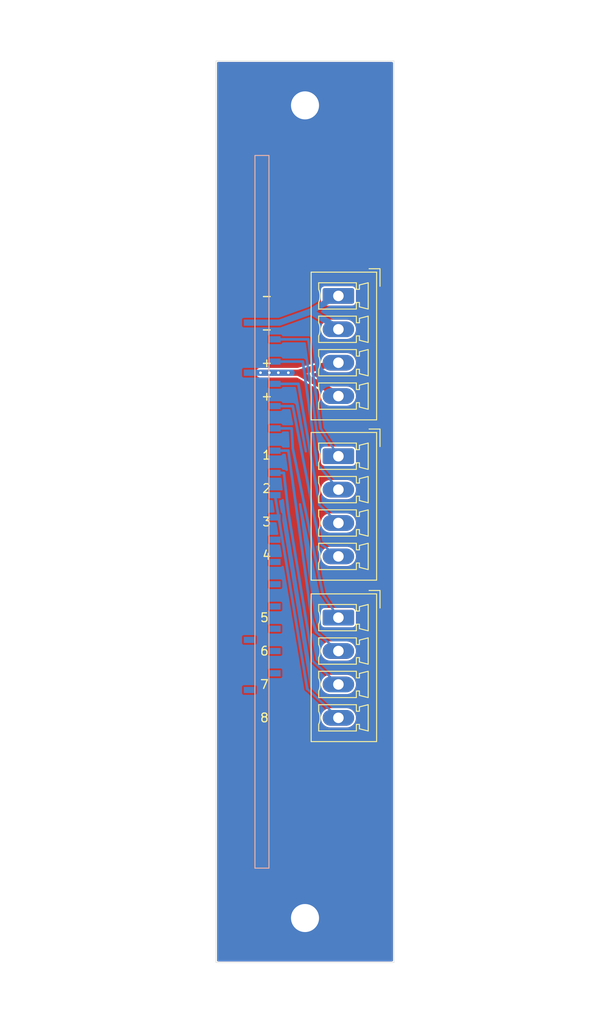
<source format=kicad_pcb>
(kicad_pcb (version 20171130) (host pcbnew 5.1.5+dfsg1-2build2)

  (general
    (thickness 1.6)
    (drawings 37)
    (tracks 44)
    (zones 0)
    (modules 6)
    (nets 22)
  )

  (page A4)
  (layers
    (0 F.Cu signal)
    (31 B.Cu signal)
    (32 B.Adhes user)
    (33 F.Adhes user)
    (34 B.Paste user)
    (35 F.Paste user)
    (36 B.SilkS user)
    (37 F.SilkS user)
    (38 B.Mask user)
    (39 F.Mask user)
    (40 Dwgs.User user)
    (41 Cmts.User user)
    (42 Eco1.User user)
    (43 Eco2.User user)
    (44 Edge.Cuts user)
    (45 Margin user)
    (46 B.CrtYd user)
    (47 F.CrtYd user)
    (48 B.Fab user)
    (49 F.Fab user)
  )

  (setup
    (last_trace_width 0.25)
    (user_trace_width 0.3)
    (user_trace_width 0.5)
    (user_trace_width 0.7)
    (user_trace_width 1)
    (trace_clearance 0.2)
    (zone_clearance 0.1)
    (zone_45_only no)
    (trace_min 0.2)
    (via_size 0.8)
    (via_drill 0.4)
    (via_min_size 0.4)
    (via_min_drill 0.3)
    (user_via 0.6 0.3)
    (uvia_size 0.3)
    (uvia_drill 0.1)
    (uvias_allowed no)
    (uvia_min_size 0.2)
    (uvia_min_drill 0.1)
    (edge_width 0.05)
    (segment_width 0.2)
    (pcb_text_width 0.3)
    (pcb_text_size 1.5 1.5)
    (mod_edge_width 0.12)
    (mod_text_size 1 1)
    (mod_text_width 0.15)
    (pad_size 1.8 3.6)
    (pad_drill 1.2)
    (pad_to_mask_clearance 0.051)
    (solder_mask_min_width 0.25)
    (aux_axis_origin 0 0)
    (grid_origin 78.74 43.2)
    (visible_elements FFFFFF7F)
    (pcbplotparams
      (layerselection 0x010fc_ffffffff)
      (usegerberextensions true)
      (usegerberattributes false)
      (usegerberadvancedattributes false)
      (creategerberjobfile false)
      (excludeedgelayer true)
      (linewidth 0.100000)
      (plotframeref false)
      (viasonmask false)
      (mode 1)
      (useauxorigin false)
      (hpglpennumber 1)
      (hpglpenspeed 20)
      (hpglpendiameter 15.000000)
      (psnegative false)
      (psa4output false)
      (plotreference true)
      (plotvalue true)
      (plotinvisibletext false)
      (padsonsilk false)
      (subtractmaskfromsilk true)
      (outputformat 1)
      (mirror false)
      (drillshape 0)
      (scaleselection 1)
      (outputdirectory "gerber/"))
  )

  (net 0 "")
  (net 1 GND)
  (net 2 L0)
  (net 3 L1)
  (net 4 L2)
  (net 5 L3)
  (net 6 L4)
  (net 7 L5)
  (net 8 L6)
  (net 9 L7)
  (net 10 "Net-(J1-Pad20)")
  (net 11 "Net-(J1-Pad19)")
  (net 12 "Net-(J1-Pad16)")
  (net 13 "Net-(J1-Pad15)")
  (net 14 "Net-(J1-Pad14)")
  (net 15 "Net-(J1-Pad13)")
  (net 16 "Net-(J1-Pad12)")
  (net 17 "Net-(J1-Pad11)")
  (net 18 "Net-(J1-Pad10)")
  (net 19 "Net-(J1-Pad9)")
  (net 20 VP0_7)
  (net 21 VM0_7)

  (net_class Default "This is the default net class."
    (clearance 0.2)
    (trace_width 0.25)
    (via_dia 0.8)
    (via_drill 0.4)
    (uvia_dia 0.3)
    (uvia_drill 0.1)
    (add_net GND)
    (add_net L0)
    (add_net L1)
    (add_net L2)
    (add_net L3)
    (add_net L4)
    (add_net L5)
    (add_net L6)
    (add_net L7)
    (add_net "Net-(J1-Pad10)")
    (add_net "Net-(J1-Pad11)")
    (add_net "Net-(J1-Pad12)")
    (add_net "Net-(J1-Pad13)")
    (add_net "Net-(J1-Pad14)")
    (add_net "Net-(J1-Pad15)")
    (add_net "Net-(J1-Pad16)")
    (add_net "Net-(J1-Pad19)")
    (add_net "Net-(J1-Pad20)")
    (add_net "Net-(J1-Pad9)")
    (add_net VM0_7)
    (add_net VP0_7)
  )

  (module plc88:fm16_i (layer F.Cu) (tedit 63A7E79E) (tstamp 63A7EC52)
    (at 80.645 55.265)
    (path /63A7EF6B)
    (fp_text reference J1 (at 1.27 -5.715) (layer F.SilkS) hide
      (effects (font (size 1 1) (thickness 0.15)))
    )
    (fp_text value fm16_i (at 0.635 -7.62) (layer F.Fab) hide
      (effects (font (size 1 1) (thickness 0.15)))
    )
    (fp_line (start -0.305 -12.085) (end -0.305 69.215) (layer B.SilkS) (width 0.12))
    (fp_line (start -1.905 -12.085) (end -0.305 -12.085) (layer B.SilkS) (width 0.12))
    (fp_line (start -1.905 69.215) (end -0.305 69.215) (layer B.SilkS) (width 0.12))
    (fp_line (start -1.905 -12.065) (end -1.905 69.215) (layer B.SilkS) (width 0.12))
    (pad 25 smd rect (at 0.381 57.785) (size 1.27 7.62) (layers B.Cu B.Paste B.Mask)
      (net 1 GND) (zone_connect 2))
    (pad 24 smd rect (at 0.381 -0.635) (size 1.27 7.62) (layers B.Cu B.Paste B.Mask)
      (net 1 GND) (zone_connect 2))
    (pad 23 smd rect (at -2.54 57.785) (size 1.27 7.62) (layers B.Cu B.Paste B.Mask)
      (net 1 GND) (zone_connect 2))
    (pad 22 smd rect (at -2.54 28.575) (size 1.27 7.62) (layers B.Cu B.Paste B.Mask)
      (net 1 GND) (zone_connect 2))
    (pad 21 smd rect (at -2.54 -0.635) (size 1.27 7.62) (layers B.Cu B.Paste B.Mask)
      (net 1 GND) (zone_connect 2))
    (pad 20 smd rect (at -2.54 48.895) (size 1.27 0.7) (layers B.Cu B.Paste B.Mask)
      (net 10 "Net-(J1-Pad20)"))
    (pad 19 smd rect (at -2.54 43.18) (size 1.27 0.7) (layers B.Cu B.Paste B.Mask)
      (net 11 "Net-(J1-Pad19)"))
    (pad 18 smd rect (at -2.54 12.7) (size 1.27 0.7) (layers B.Cu B.Paste B.Mask)
      (net 20 VP0_7))
    (pad 17 smd rect (at -2.54 6.985) (size 1.27 0.7) (layers B.Cu B.Paste B.Mask)
      (net 21 VM0_7))
    (pad 16 smd rect (at 0.381 46.99) (size 1.27 0.7) (layers B.Cu B.Paste B.Mask)
      (net 12 "Net-(J1-Pad16)"))
    (pad 15 smd rect (at 0.381 44.45) (size 1.27 0.7) (layers B.Cu B.Paste B.Mask)
      (net 13 "Net-(J1-Pad15)"))
    (pad 14 smd rect (at 0.381 41.91) (size 1.27 0.7) (layers B.Cu B.Paste B.Mask)
      (net 14 "Net-(J1-Pad14)"))
    (pad 13 smd rect (at 0.381 39.37) (size 1.27 0.7) (layers B.Cu B.Paste B.Mask)
      (net 15 "Net-(J1-Pad13)"))
    (pad 12 smd rect (at 0.381 36.83) (size 1.27 0.7) (layers B.Cu B.Paste B.Mask)
      (net 16 "Net-(J1-Pad12)"))
    (pad 11 smd rect (at 0.381 34.29) (size 1.27 0.7) (layers B.Cu B.Paste B.Mask)
      (net 17 "Net-(J1-Pad11)"))
    (pad 10 smd rect (at 0.381 31.75) (size 1.27 0.7) (layers B.Cu B.Paste B.Mask)
      (net 18 "Net-(J1-Pad10)"))
    (pad 9 smd rect (at 0.381 29.21) (size 1.27 0.7) (layers B.Cu B.Paste B.Mask)
      (net 19 "Net-(J1-Pad9)"))
    (pad 8 smd rect (at 0.381 26.67) (size 1.27 0.7) (layers B.Cu B.Paste B.Mask)
      (net 9 L7))
    (pad 7 smd rect (at 0.381 24.13) (size 1.27 0.7) (layers B.Cu B.Paste B.Mask)
      (net 8 L6))
    (pad 6 smd rect (at 0.381 21.59) (size 1.27 0.7) (layers B.Cu B.Paste B.Mask)
      (net 7 L5))
    (pad 5 smd rect (at 0.381 19.05) (size 1.27 0.7) (layers B.Cu B.Paste B.Mask)
      (net 6 L4))
    (pad 4 smd rect (at 0.381 16.51) (size 1.27 0.7) (layers B.Cu B.Paste B.Mask)
      (net 5 L3))
    (pad 3 smd rect (at 0.381 13.97) (size 1.27 0.7) (layers B.Cu B.Paste B.Mask)
      (net 4 L2))
    (pad 2 smd rect (at 0.381 11.43) (size 1.27 0.7) (layers B.Cu B.Paste B.Mask)
      (net 3 L1))
    (pad 1 smd rect (at 0.381 8.89) (size 1.27 0.7) (layers B.Cu B.Paste B.Mask)
      (net 2 L0))
  )

  (module Connector_Phoenix_MC:PhoenixContact_MCV_1,5_4-G-3.81_1x04_P3.81mm_Vertical (layer F.Cu) (tedit 5B784ED2) (tstamp 63905044)
    (at 88.265 95.905 270)
    (descr "Generic Phoenix Contact connector footprint for: MCV_1,5/4-G-3.81; number of pins: 04; pin pitch: 3.81mm; Vertical || order number: 1803442 8A 160V")
    (tags "phoenix_contact connector MCV_01x04_G_3.81mm")
    (path /63908C0D)
    (fp_text reference J4 (at 5.72 -5.45 90) (layer F.SilkS) hide
      (effects (font (size 1 1) (thickness 0.15)))
    )
    (fp_text value Conn_01x04 (at 5.72 4.2 90) (layer F.Fab) hide
      (effects (font (size 1 1) (thickness 0.15)))
    )
    (fp_text user %R (at 5.72 -3.55 90) (layer F.Fab) hide
      (effects (font (size 1 1) (thickness 0.15)))
    )
    (fp_line (start -3.1 -4.75) (end -1.1 -4.75) (layer F.Fab) (width 0.1))
    (fp_line (start -3.1 -3.5) (end -3.1 -4.75) (layer F.Fab) (width 0.1))
    (fp_line (start -3.1 -4.75) (end -1.1 -4.75) (layer F.SilkS) (width 0.12))
    (fp_line (start -3.1 -3.5) (end -3.1 -4.75) (layer F.SilkS) (width 0.12))
    (fp_line (start 14.53 -4.75) (end -3.1 -4.75) (layer F.CrtYd) (width 0.05))
    (fp_line (start 14.53 3.5) (end 14.53 -4.75) (layer F.CrtYd) (width 0.05))
    (fp_line (start -3.1 3.5) (end 14.53 3.5) (layer F.CrtYd) (width 0.05))
    (fp_line (start -3.1 -4.75) (end -3.1 3.5) (layer F.CrtYd) (width 0.05))
    (fp_line (start 12.93 2.25) (end 12.18 2.25) (layer F.SilkS) (width 0.12))
    (fp_line (start 12.93 -2.05) (end 12.93 2.25) (layer F.SilkS) (width 0.12))
    (fp_line (start 12.18 -2.05) (end 12.93 -2.05) (layer F.SilkS) (width 0.12))
    (fp_line (start 12.18 -2.4) (end 12.18 -2.05) (layer F.SilkS) (width 0.12))
    (fp_line (start 12.68 -2.4) (end 12.18 -2.4) (layer F.SilkS) (width 0.12))
    (fp_line (start 12.93 -3.4) (end 12.68 -2.4) (layer F.SilkS) (width 0.12))
    (fp_line (start 9.93 -3.4) (end 12.93 -3.4) (layer F.SilkS) (width 0.12))
    (fp_line (start 10.18 -2.4) (end 9.93 -3.4) (layer F.SilkS) (width 0.12))
    (fp_line (start 10.68 -2.4) (end 10.18 -2.4) (layer F.SilkS) (width 0.12))
    (fp_line (start 10.68 -2.05) (end 10.68 -2.4) (layer F.SilkS) (width 0.12))
    (fp_line (start 9.93 -2.05) (end 10.68 -2.05) (layer F.SilkS) (width 0.12))
    (fp_line (start 9.93 2.25) (end 9.93 -2.05) (layer F.SilkS) (width 0.12))
    (fp_line (start 10.68 2.25) (end 9.93 2.25) (layer F.SilkS) (width 0.12))
    (fp_line (start 9.12 2.25) (end 8.37 2.25) (layer F.SilkS) (width 0.12))
    (fp_line (start 9.12 -2.05) (end 9.12 2.25) (layer F.SilkS) (width 0.12))
    (fp_line (start 8.37 -2.05) (end 9.12 -2.05) (layer F.SilkS) (width 0.12))
    (fp_line (start 8.37 -2.4) (end 8.37 -2.05) (layer F.SilkS) (width 0.12))
    (fp_line (start 8.87 -2.4) (end 8.37 -2.4) (layer F.SilkS) (width 0.12))
    (fp_line (start 9.12 -3.4) (end 8.87 -2.4) (layer F.SilkS) (width 0.12))
    (fp_line (start 6.12 -3.4) (end 9.12 -3.4) (layer F.SilkS) (width 0.12))
    (fp_line (start 6.37 -2.4) (end 6.12 -3.4) (layer F.SilkS) (width 0.12))
    (fp_line (start 6.87 -2.4) (end 6.37 -2.4) (layer F.SilkS) (width 0.12))
    (fp_line (start 6.87 -2.05) (end 6.87 -2.4) (layer F.SilkS) (width 0.12))
    (fp_line (start 6.12 -2.05) (end 6.87 -2.05) (layer F.SilkS) (width 0.12))
    (fp_line (start 6.12 2.25) (end 6.12 -2.05) (layer F.SilkS) (width 0.12))
    (fp_line (start 6.87 2.25) (end 6.12 2.25) (layer F.SilkS) (width 0.12))
    (fp_line (start 5.31 2.25) (end 4.56 2.25) (layer F.SilkS) (width 0.12))
    (fp_line (start 5.31 -2.05) (end 5.31 2.25) (layer F.SilkS) (width 0.12))
    (fp_line (start 4.56 -2.05) (end 5.31 -2.05) (layer F.SilkS) (width 0.12))
    (fp_line (start 4.56 -2.4) (end 4.56 -2.05) (layer F.SilkS) (width 0.12))
    (fp_line (start 5.06 -2.4) (end 4.56 -2.4) (layer F.SilkS) (width 0.12))
    (fp_line (start 5.31 -3.4) (end 5.06 -2.4) (layer F.SilkS) (width 0.12))
    (fp_line (start 2.31 -3.4) (end 5.31 -3.4) (layer F.SilkS) (width 0.12))
    (fp_line (start 2.56 -2.4) (end 2.31 -3.4) (layer F.SilkS) (width 0.12))
    (fp_line (start 3.06 -2.4) (end 2.56 -2.4) (layer F.SilkS) (width 0.12))
    (fp_line (start 3.06 -2.05) (end 3.06 -2.4) (layer F.SilkS) (width 0.12))
    (fp_line (start 2.31 -2.05) (end 3.06 -2.05) (layer F.SilkS) (width 0.12))
    (fp_line (start 2.31 2.25) (end 2.31 -2.05) (layer F.SilkS) (width 0.12))
    (fp_line (start 3.06 2.25) (end 2.31 2.25) (layer F.SilkS) (width 0.12))
    (fp_line (start 1.5 2.25) (end 0.75 2.25) (layer F.SilkS) (width 0.12))
    (fp_line (start 1.5 -2.05) (end 1.5 2.25) (layer F.SilkS) (width 0.12))
    (fp_line (start 0.75 -2.05) (end 1.5 -2.05) (layer F.SilkS) (width 0.12))
    (fp_line (start 0.75 -2.4) (end 0.75 -2.05) (layer F.SilkS) (width 0.12))
    (fp_line (start 1.25 -2.4) (end 0.75 -2.4) (layer F.SilkS) (width 0.12))
    (fp_line (start 1.5 -3.4) (end 1.25 -2.4) (layer F.SilkS) (width 0.12))
    (fp_line (start -1.5 -3.4) (end 1.5 -3.4) (layer F.SilkS) (width 0.12))
    (fp_line (start -1.25 -2.4) (end -1.5 -3.4) (layer F.SilkS) (width 0.12))
    (fp_line (start -0.75 -2.4) (end -1.25 -2.4) (layer F.SilkS) (width 0.12))
    (fp_line (start -0.75 -2.05) (end -0.75 -2.4) (layer F.SilkS) (width 0.12))
    (fp_line (start -1.5 -2.05) (end -0.75 -2.05) (layer F.SilkS) (width 0.12))
    (fp_line (start -1.5 2.25) (end -1.5 -2.05) (layer F.SilkS) (width 0.12))
    (fp_line (start -0.75 2.25) (end -1.5 2.25) (layer F.SilkS) (width 0.12))
    (fp_line (start 14.03 -4.25) (end -2.6 -4.25) (layer F.Fab) (width 0.1))
    (fp_line (start 14.03 3) (end 14.03 -4.25) (layer F.Fab) (width 0.1))
    (fp_line (start -2.6 3) (end 14.03 3) (layer F.Fab) (width 0.1))
    (fp_line (start -2.6 -4.25) (end -2.6 3) (layer F.Fab) (width 0.1))
    (fp_line (start 14.14 -4.36) (end -2.71 -4.36) (layer F.SilkS) (width 0.12))
    (fp_line (start 14.14 3.11) (end 14.14 -4.36) (layer F.SilkS) (width 0.12))
    (fp_line (start -2.71 3.11) (end 14.14 3.11) (layer F.SilkS) (width 0.12))
    (fp_line (start -2.71 -4.36) (end -2.71 3.11) (layer F.SilkS) (width 0.12))
    (fp_arc (start 11.43 3.95) (end 10.68 2.25) (angle 47.6) (layer F.SilkS) (width 0.12))
    (fp_arc (start 7.62 3.95) (end 6.87 2.25) (angle 47.6) (layer F.SilkS) (width 0.12))
    (fp_arc (start 3.81 3.95) (end 3.06 2.25) (angle 47.6) (layer F.SilkS) (width 0.12))
    (fp_arc (start 0 3.95) (end -0.75 2.25) (angle 47.6) (layer F.SilkS) (width 0.12))
    (pad 4 thru_hole oval (at 11.43 0 270) (size 1.8 3.6) (drill 1.2) (layers *.Cu *.Mask)
      (net 9 L7))
    (pad 3 thru_hole oval (at 7.62 0 270) (size 1.8 3.6) (drill 1.2) (layers *.Cu *.Mask)
      (net 8 L6))
    (pad 2 thru_hole oval (at 3.81 0 270) (size 1.8 3.6) (drill 1.2) (layers *.Cu *.Mask)
      (net 7 L5))
    (pad 1 thru_hole roundrect (at 0 0 270) (size 1.8 3.6) (drill 1.2) (layers *.Cu *.Mask) (roundrect_rratio 0.138889)
      (net 6 L4))
    (model ${KISYS3DMOD}/Connector_Phoenix_MC.3dshapes/PhoenixContact_MCV_1,5_4-G-3.81_1x04_P3.81mm_Vertical.wrl
      (at (xyz 0 0 0))
      (scale (xyz 1 1 1))
      (rotate (xyz 0 0 0))
    )
  )

  (module Connector_Phoenix_MC:PhoenixContact_MCV_1,5_4-G-3.81_1x04_P3.81mm_Vertical (layer F.Cu) (tedit 63904F8E) (tstamp 63904FF3)
    (at 88.265 77.49 270)
    (descr "Generic Phoenix Contact connector footprint for: MCV_1,5/4-G-3.81; number of pins: 04; pin pitch: 3.81mm; Vertical || order number: 1803442 8A 160V")
    (tags "phoenix_contact connector MCV_01x04_G_3.81mm")
    (path /639088AB)
    (fp_text reference J3 (at 5.72 -5.45 90) (layer F.SilkS) hide
      (effects (font (size 1 1) (thickness 0.15)))
    )
    (fp_text value Conn_01x04 (at 5.72 4.2 90) (layer F.Fab) hide
      (effects (font (size 1 1) (thickness 0.15)))
    )
    (fp_text user %R (at 5.72 -3.55 90) (layer F.Fab) hide
      (effects (font (size 1 1) (thickness 0.15)))
    )
    (fp_line (start -3.1 -4.75) (end -1.1 -4.75) (layer F.Fab) (width 0.1))
    (fp_line (start -3.1 -3.5) (end -3.1 -4.75) (layer F.Fab) (width 0.1))
    (fp_line (start -3.1 -4.75) (end -1.1 -4.75) (layer F.SilkS) (width 0.12))
    (fp_line (start -3.1 -3.5) (end -3.1 -4.75) (layer F.SilkS) (width 0.12))
    (fp_line (start 14.53 -4.75) (end -3.1 -4.75) (layer F.CrtYd) (width 0.05))
    (fp_line (start 14.53 3.5) (end 14.53 -4.75) (layer F.CrtYd) (width 0.05))
    (fp_line (start -3.1 3.5) (end 14.53 3.5) (layer F.CrtYd) (width 0.05))
    (fp_line (start -3.1 -4.75) (end -3.1 3.5) (layer F.CrtYd) (width 0.05))
    (fp_line (start 12.93 2.25) (end 12.18 2.25) (layer F.SilkS) (width 0.12))
    (fp_line (start 12.93 -2.05) (end 12.93 2.25) (layer F.SilkS) (width 0.12))
    (fp_line (start 12.18 -2.05) (end 12.93 -2.05) (layer F.SilkS) (width 0.12))
    (fp_line (start 12.18 -2.4) (end 12.18 -2.05) (layer F.SilkS) (width 0.12))
    (fp_line (start 12.68 -2.4) (end 12.18 -2.4) (layer F.SilkS) (width 0.12))
    (fp_line (start 12.93 -3.4) (end 12.68 -2.4) (layer F.SilkS) (width 0.12))
    (fp_line (start 9.93 -3.4) (end 12.93 -3.4) (layer F.SilkS) (width 0.12))
    (fp_line (start 10.18 -2.4) (end 9.93 -3.4) (layer F.SilkS) (width 0.12))
    (fp_line (start 10.68 -2.4) (end 10.18 -2.4) (layer F.SilkS) (width 0.12))
    (fp_line (start 10.68 -2.05) (end 10.68 -2.4) (layer F.SilkS) (width 0.12))
    (fp_line (start 9.93 -2.05) (end 10.68 -2.05) (layer F.SilkS) (width 0.12))
    (fp_line (start 9.93 2.25) (end 9.93 -2.05) (layer F.SilkS) (width 0.12))
    (fp_line (start 10.68 2.25) (end 9.93 2.25) (layer F.SilkS) (width 0.12))
    (fp_line (start 9.12 2.25) (end 8.37 2.25) (layer F.SilkS) (width 0.12))
    (fp_line (start 9.12 -2.05) (end 9.12 2.25) (layer F.SilkS) (width 0.12))
    (fp_line (start 8.37 -2.05) (end 9.12 -2.05) (layer F.SilkS) (width 0.12))
    (fp_line (start 8.37 -2.4) (end 8.37 -2.05) (layer F.SilkS) (width 0.12))
    (fp_line (start 8.87 -2.4) (end 8.37 -2.4) (layer F.SilkS) (width 0.12))
    (fp_line (start 9.12 -3.4) (end 8.87 -2.4) (layer F.SilkS) (width 0.12))
    (fp_line (start 6.12 -3.4) (end 9.12 -3.4) (layer F.SilkS) (width 0.12))
    (fp_line (start 6.37 -2.4) (end 6.12 -3.4) (layer F.SilkS) (width 0.12))
    (fp_line (start 6.87 -2.4) (end 6.37 -2.4) (layer F.SilkS) (width 0.12))
    (fp_line (start 6.87 -2.05) (end 6.87 -2.4) (layer F.SilkS) (width 0.12))
    (fp_line (start 6.12 -2.05) (end 6.87 -2.05) (layer F.SilkS) (width 0.12))
    (fp_line (start 6.12 2.25) (end 6.12 -2.05) (layer F.SilkS) (width 0.12))
    (fp_line (start 6.87 2.25) (end 6.12 2.25) (layer F.SilkS) (width 0.12))
    (fp_line (start 5.31 2.25) (end 4.56 2.25) (layer F.SilkS) (width 0.12))
    (fp_line (start 5.31 -2.05) (end 5.31 2.25) (layer F.SilkS) (width 0.12))
    (fp_line (start 4.56 -2.05) (end 5.31 -2.05) (layer F.SilkS) (width 0.12))
    (fp_line (start 4.56 -2.4) (end 4.56 -2.05) (layer F.SilkS) (width 0.12))
    (fp_line (start 5.06 -2.4) (end 4.56 -2.4) (layer F.SilkS) (width 0.12))
    (fp_line (start 5.31 -3.4) (end 5.06 -2.4) (layer F.SilkS) (width 0.12))
    (fp_line (start 2.31 -3.4) (end 5.31 -3.4) (layer F.SilkS) (width 0.12))
    (fp_line (start 2.56 -2.4) (end 2.31 -3.4) (layer F.SilkS) (width 0.12))
    (fp_line (start 3.06 -2.4) (end 2.56 -2.4) (layer F.SilkS) (width 0.12))
    (fp_line (start 3.06 -2.05) (end 3.06 -2.4) (layer F.SilkS) (width 0.12))
    (fp_line (start 2.31 -2.05) (end 3.06 -2.05) (layer F.SilkS) (width 0.12))
    (fp_line (start 2.31 2.25) (end 2.31 -2.05) (layer F.SilkS) (width 0.12))
    (fp_line (start 3.06 2.25) (end 2.31 2.25) (layer F.SilkS) (width 0.12))
    (fp_line (start 1.5 2.25) (end 0.75 2.25) (layer F.SilkS) (width 0.12))
    (fp_line (start 1.5 -2.05) (end 1.5 2.25) (layer F.SilkS) (width 0.12))
    (fp_line (start 0.75 -2.05) (end 1.5 -2.05) (layer F.SilkS) (width 0.12))
    (fp_line (start 0.75 -2.4) (end 0.75 -2.05) (layer F.SilkS) (width 0.12))
    (fp_line (start 1.25 -2.4) (end 0.75 -2.4) (layer F.SilkS) (width 0.12))
    (fp_line (start 1.5 -3.4) (end 1.25 -2.4) (layer F.SilkS) (width 0.12))
    (fp_line (start -1.5 -3.4) (end 1.5 -3.4) (layer F.SilkS) (width 0.12))
    (fp_line (start -1.25 -2.4) (end -1.5 -3.4) (layer F.SilkS) (width 0.12))
    (fp_line (start -0.75 -2.4) (end -1.25 -2.4) (layer F.SilkS) (width 0.12))
    (fp_line (start -0.75 -2.05) (end -0.75 -2.4) (layer F.SilkS) (width 0.12))
    (fp_line (start -1.5 -2.05) (end -0.75 -2.05) (layer F.SilkS) (width 0.12))
    (fp_line (start -1.5 2.25) (end -1.5 -2.05) (layer F.SilkS) (width 0.12))
    (fp_line (start -0.75 2.25) (end -1.5 2.25) (layer F.SilkS) (width 0.12))
    (fp_line (start 14.03 -4.25) (end -2.6 -4.25) (layer F.Fab) (width 0.1))
    (fp_line (start 14.03 3) (end 14.03 -4.25) (layer F.Fab) (width 0.1))
    (fp_line (start -2.6 3) (end 14.03 3) (layer F.Fab) (width 0.1))
    (fp_line (start -2.6 -4.25) (end -2.6 3) (layer F.Fab) (width 0.1))
    (fp_line (start 14.14 -4.36) (end -2.71 -4.36) (layer F.SilkS) (width 0.12))
    (fp_line (start 14.14 3.11) (end 14.14 -4.36) (layer F.SilkS) (width 0.12))
    (fp_line (start -2.71 3.11) (end 14.14 3.11) (layer F.SilkS) (width 0.12))
    (fp_line (start -2.71 -4.36) (end -2.71 3.11) (layer F.SilkS) (width 0.12))
    (fp_arc (start 11.43 3.95) (end 10.68 2.25) (angle 47.6) (layer F.SilkS) (width 0.12))
    (fp_arc (start 7.62 3.95) (end 6.87 2.25) (angle 47.6) (layer F.SilkS) (width 0.12))
    (fp_arc (start 3.81 3.95) (end 3.06 2.25) (angle 47.6) (layer F.SilkS) (width 0.12))
    (fp_arc (start 0 3.95) (end -0.75 2.25) (angle 47.6) (layer F.SilkS) (width 0.12))
    (pad 4 thru_hole oval (at 11.43 0 270) (size 1.8 3.6) (drill 1.2) (layers *.Cu *.Mask)
      (net 5 L3))
    (pad 3 thru_hole oval (at 7.62 0 270) (size 1.8 3.6) (drill 1.2) (layers *.Cu *.Mask)
      (net 4 L2))
    (pad 2 thru_hole oval (at 3.81 0 270) (size 1.8 3.6) (drill 1.2) (layers *.Cu *.Mask)
      (net 3 L1))
    (pad 1 thru_hole roundrect (at 0 0 270) (size 1.8 3.6) (drill 1.2) (layers *.Cu *.Mask) (roundrect_rratio 0.139)
      (net 2 L0))
    (model ${KISYS3DMOD}/Connector_Phoenix_MC.3dshapes/PhoenixContact_MCV_1,5_4-G-3.81_1x04_P3.81mm_Vertical.wrl
      (at (xyz 0 0 0))
      (scale (xyz 1 1 1))
      (rotate (xyz 0 0 0))
    )
  )

  (module Connector_Phoenix_MC:PhoenixContact_MCV_1,5_4-G-3.81_1x04_P3.81mm_Vertical (layer F.Cu) (tedit 63904DCE) (tstamp 63904FA2)
    (at 88.265 59.202 270)
    (descr "Generic Phoenix Contact connector footprint for: MCV_1,5/4-G-3.81; number of pins: 04; pin pitch: 3.81mm; Vertical || order number: 1803442 8A 160V")
    (tags "phoenix_contact connector MCV_01x04_G_3.81mm")
    (path /639054AF)
    (fp_text reference J2 (at 5.72 -5.45 90) (layer F.SilkS) hide
      (effects (font (size 1 1) (thickness 0.15)))
    )
    (fp_text value Conn_01x04 (at 5.72 4.2 90) (layer F.Fab) hide
      (effects (font (size 1 1) (thickness 0.15)))
    )
    (fp_text user %R (at 5.72 -3.55 90) (layer F.Fab) hide
      (effects (font (size 1 1) (thickness 0.15)))
    )
    (fp_line (start -3.1 -4.75) (end -1.1 -4.75) (layer F.Fab) (width 0.1))
    (fp_line (start -3.1 -3.5) (end -3.1 -4.75) (layer F.Fab) (width 0.1))
    (fp_line (start -3.1 -4.75) (end -1.1 -4.75) (layer F.SilkS) (width 0.12))
    (fp_line (start -3.1 -3.5) (end -3.1 -4.75) (layer F.SilkS) (width 0.12))
    (fp_line (start 14.53 -4.75) (end -3.1 -4.75) (layer F.CrtYd) (width 0.05))
    (fp_line (start 14.53 3.5) (end 14.53 -4.75) (layer F.CrtYd) (width 0.05))
    (fp_line (start -3.1 3.5) (end 14.53 3.5) (layer F.CrtYd) (width 0.05))
    (fp_line (start -3.1 -4.75) (end -3.1 3.5) (layer F.CrtYd) (width 0.05))
    (fp_line (start 12.93 2.25) (end 12.18 2.25) (layer F.SilkS) (width 0.12))
    (fp_line (start 12.93 -2.05) (end 12.93 2.25) (layer F.SilkS) (width 0.12))
    (fp_line (start 12.18 -2.05) (end 12.93 -2.05) (layer F.SilkS) (width 0.12))
    (fp_line (start 12.18 -2.4) (end 12.18 -2.05) (layer F.SilkS) (width 0.12))
    (fp_line (start 12.68 -2.4) (end 12.18 -2.4) (layer F.SilkS) (width 0.12))
    (fp_line (start 12.93 -3.4) (end 12.68 -2.4) (layer F.SilkS) (width 0.12))
    (fp_line (start 9.93 -3.4) (end 12.93 -3.4) (layer F.SilkS) (width 0.12))
    (fp_line (start 10.18 -2.4) (end 9.93 -3.4) (layer F.SilkS) (width 0.12))
    (fp_line (start 10.68 -2.4) (end 10.18 -2.4) (layer F.SilkS) (width 0.12))
    (fp_line (start 10.68 -2.05) (end 10.68 -2.4) (layer F.SilkS) (width 0.12))
    (fp_line (start 9.93 -2.05) (end 10.68 -2.05) (layer F.SilkS) (width 0.12))
    (fp_line (start 9.93 2.25) (end 9.93 -2.05) (layer F.SilkS) (width 0.12))
    (fp_line (start 10.68 2.25) (end 9.93 2.25) (layer F.SilkS) (width 0.12))
    (fp_line (start 9.12 2.25) (end 8.37 2.25) (layer F.SilkS) (width 0.12))
    (fp_line (start 9.12 -2.05) (end 9.12 2.25) (layer F.SilkS) (width 0.12))
    (fp_line (start 8.37 -2.05) (end 9.12 -2.05) (layer F.SilkS) (width 0.12))
    (fp_line (start 8.37 -2.4) (end 8.37 -2.05) (layer F.SilkS) (width 0.12))
    (fp_line (start 8.87 -2.4) (end 8.37 -2.4) (layer F.SilkS) (width 0.12))
    (fp_line (start 9.12 -3.4) (end 8.87 -2.4) (layer F.SilkS) (width 0.12))
    (fp_line (start 6.12 -3.4) (end 9.12 -3.4) (layer F.SilkS) (width 0.12))
    (fp_line (start 6.37 -2.4) (end 6.12 -3.4) (layer F.SilkS) (width 0.12))
    (fp_line (start 6.87 -2.4) (end 6.37 -2.4) (layer F.SilkS) (width 0.12))
    (fp_line (start 6.87 -2.05) (end 6.87 -2.4) (layer F.SilkS) (width 0.12))
    (fp_line (start 6.12 -2.05) (end 6.87 -2.05) (layer F.SilkS) (width 0.12))
    (fp_line (start 6.12 2.25) (end 6.12 -2.05) (layer F.SilkS) (width 0.12))
    (fp_line (start 6.87 2.25) (end 6.12 2.25) (layer F.SilkS) (width 0.12))
    (fp_line (start 5.31 2.25) (end 4.56 2.25) (layer F.SilkS) (width 0.12))
    (fp_line (start 5.31 -2.05) (end 5.31 2.25) (layer F.SilkS) (width 0.12))
    (fp_line (start 4.56 -2.05) (end 5.31 -2.05) (layer F.SilkS) (width 0.12))
    (fp_line (start 4.56 -2.4) (end 4.56 -2.05) (layer F.SilkS) (width 0.12))
    (fp_line (start 5.06 -2.4) (end 4.56 -2.4) (layer F.SilkS) (width 0.12))
    (fp_line (start 5.31 -3.4) (end 5.06 -2.4) (layer F.SilkS) (width 0.12))
    (fp_line (start 2.31 -3.4) (end 5.31 -3.4) (layer F.SilkS) (width 0.12))
    (fp_line (start 2.56 -2.4) (end 2.31 -3.4) (layer F.SilkS) (width 0.12))
    (fp_line (start 3.06 -2.4) (end 2.56 -2.4) (layer F.SilkS) (width 0.12))
    (fp_line (start 3.06 -2.05) (end 3.06 -2.4) (layer F.SilkS) (width 0.12))
    (fp_line (start 2.31 -2.05) (end 3.06 -2.05) (layer F.SilkS) (width 0.12))
    (fp_line (start 2.31 2.25) (end 2.31 -2.05) (layer F.SilkS) (width 0.12))
    (fp_line (start 3.06 2.25) (end 2.31 2.25) (layer F.SilkS) (width 0.12))
    (fp_line (start 1.5 2.25) (end 0.75 2.25) (layer F.SilkS) (width 0.12))
    (fp_line (start 1.5 -2.05) (end 1.5 2.25) (layer F.SilkS) (width 0.12))
    (fp_line (start 0.75 -2.05) (end 1.5 -2.05) (layer F.SilkS) (width 0.12))
    (fp_line (start 0.75 -2.4) (end 0.75 -2.05) (layer F.SilkS) (width 0.12))
    (fp_line (start 1.25 -2.4) (end 0.75 -2.4) (layer F.SilkS) (width 0.12))
    (fp_line (start 1.5 -3.4) (end 1.25 -2.4) (layer F.SilkS) (width 0.12))
    (fp_line (start -1.5 -3.4) (end 1.5 -3.4) (layer F.SilkS) (width 0.12))
    (fp_line (start -1.25 -2.4) (end -1.5 -3.4) (layer F.SilkS) (width 0.12))
    (fp_line (start -0.75 -2.4) (end -1.25 -2.4) (layer F.SilkS) (width 0.12))
    (fp_line (start -0.75 -2.05) (end -0.75 -2.4) (layer F.SilkS) (width 0.12))
    (fp_line (start -1.5 -2.05) (end -0.75 -2.05) (layer F.SilkS) (width 0.12))
    (fp_line (start -1.5 2.25) (end -1.5 -2.05) (layer F.SilkS) (width 0.12))
    (fp_line (start -0.75 2.25) (end -1.5 2.25) (layer F.SilkS) (width 0.12))
    (fp_line (start 14.03 -4.25) (end -2.6 -4.25) (layer F.Fab) (width 0.1))
    (fp_line (start 14.03 3) (end 14.03 -4.25) (layer F.Fab) (width 0.1))
    (fp_line (start -2.6 3) (end 14.03 3) (layer F.Fab) (width 0.1))
    (fp_line (start -2.6 -4.25) (end -2.6 3) (layer F.Fab) (width 0.1))
    (fp_line (start 14.14 -4.36) (end -2.71 -4.36) (layer F.SilkS) (width 0.12))
    (fp_line (start 14.14 3.11) (end 14.14 -4.36) (layer F.SilkS) (width 0.12))
    (fp_line (start -2.71 3.11) (end 14.14 3.11) (layer F.SilkS) (width 0.12))
    (fp_line (start -2.71 -4.36) (end -2.71 3.11) (layer F.SilkS) (width 0.12))
    (fp_arc (start 11.43 3.95) (end 10.68 2.25) (angle 47.6) (layer F.SilkS) (width 0.12))
    (fp_arc (start 7.62 3.95) (end 6.87 2.25) (angle 47.6) (layer F.SilkS) (width 0.12))
    (fp_arc (start 3.81 3.95) (end 3.06 2.25) (angle 47.6) (layer F.SilkS) (width 0.12))
    (fp_arc (start 0 3.95) (end -0.75 2.25) (angle 47.6) (layer F.SilkS) (width 0.12))
    (pad 4 thru_hole oval (at 11.43 0 270) (size 1.8 3.6) (drill 1.2) (layers *.Cu *.Mask)
      (net 20 VP0_7))
    (pad 3 thru_hole oval (at 7.62 0 270) (size 1.8 3.6) (drill 1.2) (layers *.Cu *.Mask)
      (net 20 VP0_7))
    (pad 2 thru_hole oval (at 3.81 0 270) (size 1.8 3.6) (drill 1.2) (layers *.Cu *.Mask)
      (net 21 VM0_7))
    (pad 1 thru_hole roundrect (at 0 0 270) (size 1.8 3.6) (drill 1.2) (layers *.Cu *.Mask) (roundrect_rratio 0.138889)
      (net 21 VM0_7))
    (model ${KISYS3DMOD}/Connector_Phoenix_MC.3dshapes/PhoenixContact_MCV_1,5_4-G-3.81_1x04_P3.81mm_Vertical.wrl
      (at (xyz 0 0 0))
      (scale (xyz 1 1 1))
      (rotate (xyz 0 0 0))
    )
  )

  (module MountingHole:MountingHole_3.2mm_M3_Pad (layer F.Cu) (tedit 61F97160) (tstamp 61F9706A)
    (at 84.455 37.465)
    (descr "Mounting Hole 3.2mm, M3")
    (tags "mounting hole 3.2mm m3")
    (path /61F96FAB)
    (attr virtual)
    (fp_text reference H1 (at 0 -4.2) (layer F.SilkS) hide
      (effects (font (size 1 1) (thickness 0.15)))
    )
    (fp_text value MountingHole_Pad (at 0 4.2) (layer F.Fab) hide
      (effects (font (size 1 1) (thickness 0.15)))
    )
    (fp_text user %R (at 0.3 0) (layer F.Fab) hide
      (effects (font (size 1 1) (thickness 0.15)))
    )
    (fp_circle (center 0 0) (end 3.2 0) (layer Cmts.User) (width 0.15))
    (fp_circle (center 0 0) (end 3.45 0) (layer F.CrtYd) (width 0.05))
    (pad 1 thru_hole circle (at 0 0) (size 6.4 6.4) (drill 3.2) (layers *.Cu *.Mask)
      (net 1 GND) (zone_connect 2))
  )

  (module MountingHole:MountingHole_3.2mm_M3_Pad (layer F.Cu) (tedit 61F97169) (tstamp 61F96D2B)
    (at 84.455 130.175)
    (descr "Mounting Hole 3.2mm, M3")
    (tags "mounting hole 3.2mm m3")
    (path /61F97419)
    (attr virtual)
    (fp_text reference H2 (at 0 -4.2) (layer F.SilkS) hide
      (effects (font (size 1 1) (thickness 0.15)))
    )
    (fp_text value MountingHole_Pad (at 0 4.2) (layer F.Fab) hide
      (effects (font (size 1 1) (thickness 0.15)))
    )
    (fp_circle (center 0 0) (end 3.45 0) (layer F.CrtYd) (width 0.05))
    (fp_circle (center 0 0) (end 3.2 0) (layer Cmts.User) (width 0.15))
    (fp_text user %R (at 0.3 0) (layer F.Fab) hide
      (effects (font (size 1 1) (thickness 0.15)))
    )
    (pad 1 thru_hole circle (at 0 0) (size 6.4 6.4) (drill 3.2) (layers *.Cu *.Mask)
      (net 1 GND) (zone_connect 2))
  )

  (gr_text 8 (at 79.248 107.335) (layer F.SilkS)
    (effects (font (size 1 1) (thickness 0.15)) (justify left))
  )
  (gr_text 7 (at 79.248 103.525) (layer F.SilkS)
    (effects (font (size 1 1) (thickness 0.15)) (justify left))
  )
  (gr_text 6 (at 79.248 99.715) (layer F.SilkS)
    (effects (font (size 1 1) (thickness 0.15)) (justify left))
  )
  (gr_text 5 (at 79.248 95.905) (layer F.SilkS)
    (effects (font (size 1 1) (thickness 0.15)) (justify left))
  )
  (gr_text 4 (at 79.502 88.793) (layer F.SilkS)
    (effects (font (size 1 1) (thickness 0.15)) (justify left))
  )
  (gr_text 3 (at 79.502 84.983) (layer F.SilkS)
    (effects (font (size 1 1) (thickness 0.15)) (justify left))
  )
  (gr_text 2 (at 79.502 81.173) (layer F.SilkS)
    (effects (font (size 1 1) (thickness 0.15)) (justify left))
  )
  (gr_text 1 (at 79.502 77.363) (layer F.SilkS)
    (effects (font (size 1 1) (thickness 0.15)) (justify left))
  )
  (gr_text + (at 79.375 70.632) (layer F.SilkS)
    (effects (font (size 1 1) (thickness 0.15)) (justify left))
  )
  (gr_text + (at 79.375 66.822) (layer F.SilkS)
    (effects (font (size 1 1) (thickness 0.15)) (justify left))
  )
  (gr_text - (at 79.375 63.012) (layer F.SilkS)
    (effects (font (size 1 1) (thickness 0.15)) (justify left))
  )
  (gr_text - (at 79.375 59.202) (layer F.SilkS)
    (effects (font (size 1 1) (thickness 0.15)) (justify left))
  )
  (dimension 4.445 (width 0.15) (layer F.Fab)
    (gr_text "4,445 mm" (at 76.5175 47.04) (layer F.Fab)
      (effects (font (size 1 1) (thickness 0.15)))
    )
    (feature1 (pts (xy 78.74 45.105) (xy 78.74 46.326421)))
    (feature2 (pts (xy 74.295 45.105) (xy 74.295 46.326421)))
    (crossbar (pts (xy 74.295 45.74) (xy 78.74 45.74)))
    (arrow1a (pts (xy 78.74 45.74) (xy 77.613496 46.326421)))
    (arrow1b (pts (xy 78.74 45.74) (xy 77.613496 45.153579)))
    (arrow2a (pts (xy 74.295 45.74) (xy 75.421504 46.326421)))
    (arrow2b (pts (xy 74.295 45.74) (xy 75.421504 45.153579)))
  )
  (gr_line (start 73.025 83.84) (end 98.425 83.84) (layer F.Fab) (width 0.15))
  (gr_line (start 84.455 28.595) (end 84.455 140.99) (layer F.Fab) (width 0.15))
  (dimension 20.955 (width 0.15) (layer F.Fab)
    (gr_text "20,955 mm" (at 66.645 53.6775 270) (layer F.Fab)
      (effects (font (size 1 1) (thickness 0.15)))
    )
    (feature1 (pts (xy 76.2 64.155) (xy 67.358579 64.155)))
    (feature2 (pts (xy 76.2 43.2) (xy 67.358579 43.2)))
    (crossbar (pts (xy 67.945 43.2) (xy 67.945 64.155)))
    (arrow1a (pts (xy 67.945 64.155) (xy 67.358579 63.028496)))
    (arrow1b (pts (xy 67.945 64.155) (xy 68.531421 63.028496)))
    (arrow2a (pts (xy 67.945 43.2) (xy 67.358579 44.326504)))
    (arrow2b (pts (xy 67.945 43.2) (xy 68.531421 44.326504)))
  )
  (dimension 5.08 (width 0.15) (layer F.Fab)
    (gr_text "5,080 mm" (at 91.47 132.715 270) (layer F.Fab)
      (effects (font (size 1 1) (thickness 0.15)))
    )
    (feature1 (pts (xy 88.9 135.255) (xy 90.756421 135.255)))
    (feature2 (pts (xy 88.9 130.175) (xy 90.756421 130.175)))
    (crossbar (pts (xy 90.17 130.175) (xy 90.17 135.255)))
    (arrow1a (pts (xy 90.17 135.255) (xy 89.583579 134.128496)))
    (arrow1b (pts (xy 90.17 135.255) (xy 90.756421 134.128496)))
    (arrow2a (pts (xy 90.17 130.175) (xy 89.583579 131.301504)))
    (arrow2b (pts (xy 90.17 130.175) (xy 90.756421 131.301504)))
  )
  (dimension 5.08 (width 0.15) (layer F.Fab)
    (gr_text "5,080 mm" (at 91.47 34.925 90) (layer F.Fab)
      (effects (font (size 1 1) (thickness 0.15)))
    )
    (feature1 (pts (xy 88.9 32.385) (xy 90.756421 32.385)))
    (feature2 (pts (xy 88.9 37.465) (xy 90.756421 37.465)))
    (crossbar (pts (xy 90.17 37.465) (xy 90.17 32.385)))
    (arrow1a (pts (xy 90.17 32.385) (xy 90.756421 33.511504)))
    (arrow1b (pts (xy 90.17 32.385) (xy 89.583579 33.511504)))
    (arrow2a (pts (xy 90.17 37.465) (xy 90.756421 36.338496)))
    (arrow2b (pts (xy 90.17 37.465) (xy 89.583579 36.338496)))
  )
  (dimension 5.715 (width 0.15) (layer F.Fab) (tstamp 63528E00)
    (gr_text "5,715 mm" (at 79.405 127.3175 90) (layer F.Fab) (tstamp 63528E00)
      (effects (font (size 1 1) (thickness 0.15)))
    )
    (feature1 (pts (xy 78.105 124.46) (xy 78.691421 124.46)))
    (feature2 (pts (xy 78.105 130.175) (xy 78.691421 130.175)))
    (crossbar (pts (xy 78.105 130.175) (xy 78.105 124.46)))
    (arrow1a (pts (xy 78.105 124.46) (xy 78.691421 125.586504)))
    (arrow1b (pts (xy 78.105 124.46) (xy 77.518579 125.586504)))
    (arrow2a (pts (xy 78.105 130.175) (xy 78.691421 129.048496)))
    (arrow2b (pts (xy 78.105 130.175) (xy 77.518579 129.048496)))
  )
  (dimension 5.715 (width 0.15) (layer F.Fab)
    (gr_text "5,715 mm" (at 79.405 40.3225 90) (layer F.Fab)
      (effects (font (size 1 1) (thickness 0.15)))
    )
    (feature1 (pts (xy 78.105 37.465) (xy 78.691421 37.465)))
    (feature2 (pts (xy 78.105 43.18) (xy 78.691421 43.18)))
    (crossbar (pts (xy 78.105 43.18) (xy 78.105 37.465)))
    (arrow1a (pts (xy 78.105 37.465) (xy 78.691421 38.591504)))
    (arrow1b (pts (xy 78.105 37.465) (xy 77.518579 38.591504)))
    (arrow2a (pts (xy 78.105 43.18) (xy 78.691421 42.053496)))
    (arrow2b (pts (xy 78.105 43.18) (xy 77.518579 42.053496)))
  )
  (dimension 10.16 (width 0.15) (layer F.Fab)
    (gr_text "10,160 mm" (at 79.375 138.46) (layer F.Fab)
      (effects (font (size 1 1) (thickness 0.15)))
    )
    (feature1 (pts (xy 84.455 135.89) (xy 84.455 137.746421)))
    (feature2 (pts (xy 74.295 135.89) (xy 74.295 137.746421)))
    (crossbar (pts (xy 74.295 137.16) (xy 84.455 137.16)))
    (arrow1a (pts (xy 84.455 137.16) (xy 83.328496 137.746421)))
    (arrow1b (pts (xy 84.455 137.16) (xy 83.328496 136.573579)))
    (arrow2a (pts (xy 74.295 137.16) (xy 75.421504 137.746421)))
    (arrow2b (pts (xy 74.295 137.16) (xy 75.421504 136.573579)))
  )
  (dimension 10.16 (width 0.15) (layer F.Fab)
    (gr_text "10,160 mm" (at 79.375 29.18) (layer F.Fab)
      (effects (font (size 1 1) (thickness 0.15)))
    )
    (feature1 (pts (xy 74.295 32.385) (xy 74.295 29.893579)))
    (feature2 (pts (xy 84.455 32.385) (xy 84.455 29.893579)))
    (crossbar (pts (xy 84.455 30.48) (xy 74.295 30.48)))
    (arrow1a (pts (xy 74.295 30.48) (xy 75.421504 29.893579)))
    (arrow1b (pts (xy 74.295 30.48) (xy 75.421504 31.066421)))
    (arrow2a (pts (xy 84.455 30.48) (xy 83.328496 29.893579)))
    (arrow2b (pts (xy 84.455 30.48) (xy 83.328496 31.066421)))
  )
  (dimension 50.165 (width 0.15) (layer F.Fab)
    (gr_text "50,165 mm" (at 53.31 68.2625 270) (layer F.Fab)
      (effects (font (size 1 1) (thickness 0.15)))
    )
    (feature1 (pts (xy 75.565 93.345) (xy 54.023579 93.345)))
    (feature2 (pts (xy 75.565 43.18) (xy 54.023579 43.18)))
    (crossbar (pts (xy 54.61 43.18) (xy 54.61 93.345)))
    (arrow1a (pts (xy 54.61 93.345) (xy 54.023579 92.218496)))
    (arrow1b (pts (xy 54.61 93.345) (xy 55.196421 92.218496)))
    (arrow2a (pts (xy 54.61 43.18) (xy 54.023579 44.306504)))
    (arrow2b (pts (xy 54.61 43.18) (xy 55.196421 44.306504)))
  )
  (dimension 37.465 (width 0.15) (layer F.Fab)
    (gr_text "37,465 mm" (at 56.485 61.9125 270) (layer F.Fab)
      (effects (font (size 1 1) (thickness 0.15)))
    )
    (feature1 (pts (xy 75.565 80.645) (xy 57.198579 80.645)))
    (feature2 (pts (xy 75.565 43.18) (xy 57.198579 43.18)))
    (crossbar (pts (xy 57.785 43.18) (xy 57.785 80.645)))
    (arrow1a (pts (xy 57.785 80.645) (xy 57.198579 79.518496)))
    (arrow1b (pts (xy 57.785 80.645) (xy 58.371421 79.518496)))
    (arrow2a (pts (xy 57.785 43.18) (xy 57.198579 44.306504)))
    (arrow2b (pts (xy 57.785 43.18) (xy 58.371421 44.306504)))
  )
  (dimension 40.64 (width 0.15) (layer F.Fab)
    (gr_text "40,640 mm" (at 66.01 104.14 90) (layer F.Fab)
      (effects (font (size 1 1) (thickness 0.15)))
    )
    (feature1 (pts (xy 74.93 83.82) (xy 66.723579 83.82)))
    (feature2 (pts (xy 74.93 124.46) (xy 66.723579 124.46)))
    (crossbar (pts (xy 67.31 124.46) (xy 67.31 83.82)))
    (arrow1a (pts (xy 67.31 83.82) (xy 67.896421 84.946504)))
    (arrow1b (pts (xy 67.31 83.82) (xy 66.723579 84.946504)))
    (arrow2a (pts (xy 67.31 124.46) (xy 67.896421 123.333496)))
    (arrow2b (pts (xy 67.31 124.46) (xy 66.723579 123.333496)))
  )
  (dimension 7.62 (width 0.15) (layer F.Fab)
    (gr_text "7,620 mm" (at 71.725 120.67 90) (layer F.Fab)
      (effects (font (size 1 1) (thickness 0.15)))
    )
    (feature1 (pts (xy 74.93 116.86) (xy 72.438579 116.86)))
    (feature2 (pts (xy 74.93 124.48) (xy 72.438579 124.48)))
    (crossbar (pts (xy 73.025 124.48) (xy 73.025 116.86)))
    (arrow1a (pts (xy 73.025 116.86) (xy 73.611421 117.986504)))
    (arrow1b (pts (xy 73.025 116.86) (xy 72.438579 117.986504)))
    (arrow2a (pts (xy 73.025 124.48) (xy 73.611421 123.353496)))
    (arrow2b (pts (xy 73.025 124.48) (xy 72.438579 123.353496)))
  )
  (dimension 7.62 (width 0.15) (layer F.Fab)
    (gr_text "7,620 mm" (at 69.82 46.99 270) (layer F.Fab)
      (effects (font (size 1 1) (thickness 0.15)))
    )
    (feature1 (pts (xy 74.93 50.8) (xy 70.533579 50.8)))
    (feature2 (pts (xy 74.93 43.18) (xy 70.533579 43.18)))
    (crossbar (pts (xy 71.12 43.18) (xy 71.12 50.8)))
    (arrow1a (pts (xy 71.12 50.8) (xy 70.533579 49.673496)))
    (arrow1b (pts (xy 71.12 50.8) (xy 71.706421 49.673496)))
    (arrow2a (pts (xy 71.12 43.18) (xy 70.533579 44.306504)))
    (arrow2b (pts (xy 71.12 43.18) (xy 71.706421 44.306504)))
  )
  (dimension 20.32 (width 0.05) (layer F.Fab)
    (gr_text "20,320 mm" (at 84.455 26.035) (layer F.Fab)
      (effects (font (size 1 1) (thickness 0.1)))
    )
    (feature1 (pts (xy 94.615 29.845) (xy 94.615 26.718579)))
    (feature2 (pts (xy 74.295 29.845) (xy 74.295 26.718579)))
    (crossbar (pts (xy 74.295 27.305) (xy 94.615 27.305)))
    (arrow1a (pts (xy 94.615 27.305) (xy 93.488496 27.891421)))
    (arrow1b (pts (xy 94.615 27.305) (xy 93.488496 26.718579)))
    (arrow2a (pts (xy 74.295 27.305) (xy 75.421504 27.891421)))
    (arrow2b (pts (xy 74.295 27.305) (xy 75.421504 26.718579)))
  )
  (dimension 1.6 (width 0.15) (layer F.Fab)
    (gr_text "1,600 mm" (at 69.38 128.3) (layer F.Fab)
      (effects (font (size 1 1) (thickness 0.15)))
    )
    (feature1 (pts (xy 70.18 125.3) (xy 70.18 127.586421)))
    (feature2 (pts (xy 68.58 125.3) (xy 68.58 127.586421)))
    (crossbar (pts (xy 68.58 127) (xy 70.18 127)))
    (arrow1a (pts (xy 70.18 127) (xy 69.053496 127.586421)))
    (arrow1b (pts (xy 70.18 127) (xy 69.053496 126.413579)))
    (arrow2a (pts (xy 68.58 127) (xy 69.706504 127.586421)))
    (arrow2b (pts (xy 68.58 127) (xy 69.706504 126.413579)))
  )
  (dimension 1.6 (width 0.1) (layer F.Fab)
    (gr_text "1,600 mm" (at 69.38 36.94) (layer F.Fab)
      (effects (font (size 1 1) (thickness 0.1)))
    )
    (feature1 (pts (xy 70.18 40.64) (xy 70.18 37.653579)))
    (feature2 (pts (xy 68.58 40.64) (xy 68.58 37.653579)))
    (crossbar (pts (xy 68.58 38.24) (xy 70.18 38.24)))
    (arrow1a (pts (xy 70.18 38.24) (xy 69.053496 38.826421)))
    (arrow1b (pts (xy 70.18 38.24) (xy 69.053496 37.653579)))
    (arrow2a (pts (xy 68.58 38.24) (xy 69.706504 38.826421)))
    (arrow2b (pts (xy 68.58 38.24) (xy 69.706504 37.653579)))
  )
  (dimension 81.28 (width 0.15) (layer F.Fab)
    (gr_text "81,280 mm" (at 63.47 83.84 270) (layer F.Fab)
      (effects (font (size 1 1) (thickness 0.15)))
    )
    (feature1 (pts (xy 68.58 124.48) (xy 64.183579 124.48)))
    (feature2 (pts (xy 68.58 43.2) (xy 64.183579 43.2)))
    (crossbar (pts (xy 64.77 43.2) (xy 64.77 124.48)))
    (arrow1a (pts (xy 64.77 124.48) (xy 64.183579 123.353496)))
    (arrow1b (pts (xy 64.77 124.48) (xy 65.356421 123.353496)))
    (arrow2a (pts (xy 64.77 43.2) (xy 64.183579 44.326504)))
    (arrow2b (pts (xy 64.77 43.2) (xy 65.356421 44.326504)))
  )
  (gr_line (start 74.295 32.385) (end 94.615 32.385) (layer Edge.Cuts) (width 0.05) (tstamp 61F95B25))
  (gr_line (start 74.295 135.255) (end 74.295 32.385) (layer Edge.Cuts) (width 0.05))
  (gr_line (start 94.615 135.255) (end 74.295 135.255) (layer Edge.Cuts) (width 0.05))
  (gr_line (start 94.615 32.385) (end 94.615 135.255) (layer Edge.Cuts) (width 0.05))
  (dimension 86.36 (width 0.15) (layer F.Fab)
    (gr_text "86,360 mm" (at 109.25 83.82 90) (layer F.Fab)
      (effects (font (size 1 1) (thickness 0.15)))
    )
    (feature1 (pts (xy 101.6 40.64) (xy 108.536421 40.64)))
    (feature2 (pts (xy 101.6 127) (xy 108.536421 127)))
    (crossbar (pts (xy 107.95 127) (xy 107.95 40.64)))
    (arrow1a (pts (xy 107.95 40.64) (xy 108.536421 41.766504)))
    (arrow1b (pts (xy 107.95 40.64) (xy 107.363579 41.766504)))
    (arrow2a (pts (xy 107.95 127) (xy 108.536421 125.873496)))
    (arrow2b (pts (xy 107.95 127) (xy 107.363579 125.873496)))
  )
  (dimension 20.32 (width 0.15) (layer F.Fab)
    (gr_text "20,320 mm" (at 84.455 142.905) (layer F.Fab)
      (effects (font (size 1 1) (thickness 0.15)))
    )
    (feature1 (pts (xy 94.615 137.795) (xy 94.615 142.191421)))
    (feature2 (pts (xy 74.295 137.795) (xy 74.295 142.191421)))
    (crossbar (pts (xy 74.295 141.605) (xy 94.615 141.605)))
    (arrow1a (pts (xy 94.615 141.605) (xy 93.488496 142.191421)))
    (arrow1b (pts (xy 94.615 141.605) (xy 93.488496 141.018579)))
    (arrow2a (pts (xy 74.295 141.605) (xy 75.421504 142.191421)))
    (arrow2b (pts (xy 74.295 141.605) (xy 75.421504 141.018579)))
  )

  (segment (start 77.978 62.25) (end 81.534 62.25) (width 0.7) (layer B.Cu) (net 21))
  (segment (start 81.534 62.25) (end 85.09 60.98) (width 0.7) (layer B.Cu) (net 21))
  (segment (start 85.09 60.98) (end 88.265 59.075) (width 0.7) (layer B.Cu) (net 21))
  (segment (start 88.265 62.885) (end 85.09 60.98) (width 0.7) (layer B.Cu) (net 21))
  (segment (start 78.105 67.965) (end 79.375 67.965) (width 0.7) (layer B.Cu) (net 20))
  (segment (start 82.55 67.965) (end 82.931 67.965) (width 0.7) (layer B.Cu) (net 20) (tstamp 63581C06))
  (via (at 82.55 67.965) (size 0.6) (drill 0.3) (layers F.Cu B.Cu) (net 20))
  (segment (start 81.407 67.965) (end 82.55 67.965) (width 0.7) (layer B.Cu) (net 20) (tstamp 63581C0A))
  (via (at 81.407 67.965) (size 0.6) (drill 0.3) (layers F.Cu B.Cu) (net 20))
  (via (at 79.375 67.965) (size 0.6) (drill 0.3) (layers F.Cu B.Cu) (net 20))
  (segment (start 80.772 67.965) (end 81.407 67.965) (width 0.7) (layer B.Cu) (net 20))
  (segment (start 80.391 67.965) (end 80.772 67.965) (width 0.7) (layer B.Cu) (net 20))
  (segment (start 79.375 67.965) (end 80.391 67.965) (width 0.7) (layer B.Cu) (net 20))
  (via (at 80.391 67.965) (size 0.6) (drill 0.3) (layers F.Cu B.Cu) (net 20))
  (segment (start 79.375 67.965) (end 83.693 67.965) (width 0.7) (layer F.Cu) (net 20))
  (segment (start 83.693 67.965) (end 88.265 66.695) (width 0.7) (layer F.Cu) (net 20))
  (segment (start 83.693 67.965) (end 88.265 70.505) (width 0.7) (layer F.Cu) (net 20))
  (segment (start 86.233 74.315) (end 84.836 64.155) (width 0.3) (layer B.Cu) (net 2))
  (segment (start 84.836 64.155) (end 80.988999 64.155) (width 0.3) (layer B.Cu) (net 2))
  (segment (start 86.233 74.315) (end 88.265 77.49) (width 0.25) (layer B.Cu) (net 2))
  (segment (start 84.201 66.695) (end 81.026 66.695) (width 0.3) (layer B.Cu) (net 3))
  (segment (start 85.852 78.506) (end 84.201 66.695) (width 0.3) (layer B.Cu) (net 3))
  (segment (start 85.852 78.379) (end 88.265 81.3) (width 0.25) (layer B.Cu) (net 3))
  (segment (start 83.693 69.235) (end 81.026 69.235) (width 0.3) (layer B.Cu) (net 4))
  (segment (start 86.106 83.078) (end 83.693 69.235) (width 0.3) (layer B.Cu) (net 4))
  (segment (start 86.106 83.078) (end 88.265 85.11) (width 0.25) (layer B.Cu) (net 4))
  (segment (start 83.058 71.775) (end 81.026 71.775) (width 0.3) (layer B.Cu) (net 5))
  (segment (start 86.106 87.396) (end 83.058 71.775) (width 0.3) (layer B.Cu) (net 5))
  (segment (start 86.106 87.396) (end 88.265 88.92) (width 0.25) (layer B.Cu) (net 5))
  (segment (start 86.487 93.238) (end 88.265 95.905) (width 0.25) (layer B.Cu) (net 6))
  (segment (start 85.725 89.555) (end 86.487 93.238) (width 0.3) (layer B.Cu) (net 6))
  (segment (start 83.058 76.601) (end 85.725 89.555) (width 0.3) (layer B.Cu) (net 6))
  (segment (start 82.931 74.315) (end 83.058 76.601) (width 0.3) (layer B.Cu) (net 6))
  (segment (start 81.026 74.315) (end 82.931 74.315) (width 0.3) (layer B.Cu) (net 6))
  (segment (start 85.217 96.032) (end 85.725 97.556) (width 0.3) (layer B.Cu) (net 7))
  (segment (start 82.55 76.855) (end 85.217 96.032) (width 0.3) (layer B.Cu) (net 7))
  (segment (start 81.026 76.855) (end 82.55 76.855) (width 0.3) (layer B.Cu) (net 7))
  (segment (start 85.725 97.556) (end 88.265 99.715) (width 0.25) (layer B.Cu) (net 7))
  (segment (start 85.344 100.858) (end 88.265 103.525) (width 0.25) (layer B.Cu) (net 8))
  (segment (start 82.55 83.84) (end 85.344 100.858) (width 0.3) (layer B.Cu) (net 8))
  (segment (start 82.042 79.395) (end 82.55 83.84) (width 0.3) (layer B.Cu) (net 8))
  (segment (start 81.026 79.395) (end 82.042 79.395) (width 0.3) (layer B.Cu) (net 8))
  (segment (start 84.709 104.033) (end 88.265 107.335) (width 0.25) (layer B.Cu) (net 9))
  (segment (start 81.026 81.935) (end 84.709 104.033) (width 0.3) (layer B.Cu) (net 9))

  (zone (net 1) (net_name GND) (layer F.Cu) (tstamp 6357C168) (hatch edge 0.508)
    (connect_pads (clearance 0.1))
    (min_thickness 0.254)
    (fill yes (arc_segments 32) (thermal_gap 0.508) (thermal_bridge_width 0.508))
    (polygon
      (pts
        (xy 109.855 136.525) (xy 67.31 137.795) (xy 69.215 29.845) (xy 102.87 29.845)
      )
    )
    (filled_polygon
      (pts
        (xy 94.363001 135.003) (xy 74.547 135.003) (xy 74.547 107.335) (xy 86.132064 107.335) (xy 86.155755 107.575534)
        (xy 86.225916 107.806824) (xy 86.339851 108.019983) (xy 86.493183 108.206817) (xy 86.680017 108.360149) (xy 86.893176 108.474084)
        (xy 87.124466 108.544245) (xy 87.304732 108.562) (xy 89.225268 108.562) (xy 89.405534 108.544245) (xy 89.636824 108.474084)
        (xy 89.849983 108.360149) (xy 90.036817 108.206817) (xy 90.190149 108.019983) (xy 90.304084 107.806824) (xy 90.374245 107.575534)
        (xy 90.397936 107.335) (xy 90.374245 107.094466) (xy 90.304084 106.863176) (xy 90.190149 106.650017) (xy 90.036817 106.463183)
        (xy 89.849983 106.309851) (xy 89.636824 106.195916) (xy 89.405534 106.125755) (xy 89.225268 106.108) (xy 87.304732 106.108)
        (xy 87.124466 106.125755) (xy 86.893176 106.195916) (xy 86.680017 106.309851) (xy 86.493183 106.463183) (xy 86.339851 106.650017)
        (xy 86.225916 106.863176) (xy 86.155755 107.094466) (xy 86.132064 107.335) (xy 74.547 107.335) (xy 74.547 103.525)
        (xy 86.132064 103.525) (xy 86.155755 103.765534) (xy 86.225916 103.996824) (xy 86.339851 104.209983) (xy 86.493183 104.396817)
        (xy 86.680017 104.550149) (xy 86.893176 104.664084) (xy 87.124466 104.734245) (xy 87.304732 104.752) (xy 89.225268 104.752)
        (xy 89.405534 104.734245) (xy 89.636824 104.664084) (xy 89.849983 104.550149) (xy 90.036817 104.396817) (xy 90.190149 104.209983)
        (xy 90.304084 103.996824) (xy 90.374245 103.765534) (xy 90.397936 103.525) (xy 90.374245 103.284466) (xy 90.304084 103.053176)
        (xy 90.190149 102.840017) (xy 90.036817 102.653183) (xy 89.849983 102.499851) (xy 89.636824 102.385916) (xy 89.405534 102.315755)
        (xy 89.225268 102.298) (xy 87.304732 102.298) (xy 87.124466 102.315755) (xy 86.893176 102.385916) (xy 86.680017 102.499851)
        (xy 86.493183 102.653183) (xy 86.339851 102.840017) (xy 86.225916 103.053176) (xy 86.155755 103.284466) (xy 86.132064 103.525)
        (xy 74.547 103.525) (xy 74.547 99.715) (xy 86.132064 99.715) (xy 86.155755 99.955534) (xy 86.225916 100.186824)
        (xy 86.339851 100.399983) (xy 86.493183 100.586817) (xy 86.680017 100.740149) (xy 86.893176 100.854084) (xy 87.124466 100.924245)
        (xy 87.304732 100.942) (xy 89.225268 100.942) (xy 89.405534 100.924245) (xy 89.636824 100.854084) (xy 89.849983 100.740149)
        (xy 90.036817 100.586817) (xy 90.190149 100.399983) (xy 90.304084 100.186824) (xy 90.374245 99.955534) (xy 90.397936 99.715)
        (xy 90.374245 99.474466) (xy 90.304084 99.243176) (xy 90.190149 99.030017) (xy 90.036817 98.843183) (xy 89.849983 98.689851)
        (xy 89.636824 98.575916) (xy 89.405534 98.505755) (xy 89.225268 98.488) (xy 87.304732 98.488) (xy 87.124466 98.505755)
        (xy 86.893176 98.575916) (xy 86.680017 98.689851) (xy 86.493183 98.843183) (xy 86.339851 99.030017) (xy 86.225916 99.243176)
        (xy 86.155755 99.474466) (xy 86.132064 99.715) (xy 74.547 99.715) (xy 74.547 95.255) (xy 86.136418 95.255)
        (xy 86.136418 96.555) (xy 86.147535 96.667876) (xy 86.18046 96.776414) (xy 86.233927 96.876443) (xy 86.305881 96.964119)
        (xy 86.393557 97.036073) (xy 86.493586 97.08954) (xy 86.602124 97.122465) (xy 86.715 97.133582) (xy 89.815 97.133582)
        (xy 89.927876 97.122465) (xy 90.036414 97.08954) (xy 90.136443 97.036073) (xy 90.224119 96.964119) (xy 90.296073 96.876443)
        (xy 90.34954 96.776414) (xy 90.382465 96.667876) (xy 90.393582 96.555) (xy 90.393582 95.255) (xy 90.382465 95.142124)
        (xy 90.34954 95.033586) (xy 90.296073 94.933557) (xy 90.224119 94.845881) (xy 90.136443 94.773927) (xy 90.036414 94.72046)
        (xy 89.927876 94.687535) (xy 89.815 94.676418) (xy 86.715 94.676418) (xy 86.602124 94.687535) (xy 86.493586 94.72046)
        (xy 86.393557 94.773927) (xy 86.305881 94.845881) (xy 86.233927 94.933557) (xy 86.18046 95.033586) (xy 86.147535 95.142124)
        (xy 86.136418 95.255) (xy 74.547 95.255) (xy 74.547 88.92) (xy 86.132064 88.92) (xy 86.155755 89.160534)
        (xy 86.225916 89.391824) (xy 86.339851 89.604983) (xy 86.493183 89.791817) (xy 86.680017 89.945149) (xy 86.893176 90.059084)
        (xy 87.124466 90.129245) (xy 87.304732 90.147) (xy 89.225268 90.147) (xy 89.405534 90.129245) (xy 89.636824 90.059084)
        (xy 89.849983 89.945149) (xy 90.036817 89.791817) (xy 90.190149 89.604983) (xy 90.304084 89.391824) (xy 90.374245 89.160534)
        (xy 90.397936 88.92) (xy 90.374245 88.679466) (xy 90.304084 88.448176) (xy 90.190149 88.235017) (xy 90.036817 88.048183)
        (xy 89.849983 87.894851) (xy 89.636824 87.780916) (xy 89.405534 87.710755) (xy 89.225268 87.693) (xy 87.304732 87.693)
        (xy 87.124466 87.710755) (xy 86.893176 87.780916) (xy 86.680017 87.894851) (xy 86.493183 88.048183) (xy 86.339851 88.235017)
        (xy 86.225916 88.448176) (xy 86.155755 88.679466) (xy 86.132064 88.92) (xy 74.547 88.92) (xy 74.547 85.11)
        (xy 86.132064 85.11) (xy 86.155755 85.350534) (xy 86.225916 85.581824) (xy 86.339851 85.794983) (xy 86.493183 85.981817)
        (xy 86.680017 86.135149) (xy 86.893176 86.249084) (xy 87.124466 86.319245) (xy 87.304732 86.337) (xy 89.225268 86.337)
        (xy 89.405534 86.319245) (xy 89.636824 86.249084) (xy 89.849983 86.135149) (xy 90.036817 85.981817) (xy 90.190149 85.794983)
        (xy 90.304084 85.581824) (xy 90.374245 85.350534) (xy 90.397936 85.11) (xy 90.374245 84.869466) (xy 90.304084 84.638176)
        (xy 90.190149 84.425017) (xy 90.036817 84.238183) (xy 89.849983 84.084851) (xy 89.636824 83.970916) (xy 89.405534 83.900755)
        (xy 89.225268 83.883) (xy 87.304732 83.883) (xy 87.124466 83.900755) (xy 86.893176 83.970916) (xy 86.680017 84.084851)
        (xy 86.493183 84.238183) (xy 86.339851 84.425017) (xy 86.225916 84.638176) (xy 86.155755 84.869466) (xy 86.132064 85.11)
        (xy 74.547 85.11) (xy 74.547 81.3) (xy 86.132064 81.3) (xy 86.155755 81.540534) (xy 86.225916 81.771824)
        (xy 86.339851 81.984983) (xy 86.493183 82.171817) (xy 86.680017 82.325149) (xy 86.893176 82.439084) (xy 87.124466 82.509245)
        (xy 87.304732 82.527) (xy 89.225268 82.527) (xy 89.405534 82.509245) (xy 89.636824 82.439084) (xy 89.849983 82.325149)
        (xy 90.036817 82.171817) (xy 90.190149 81.984983) (xy 90.304084 81.771824) (xy 90.374245 81.540534) (xy 90.397936 81.3)
        (xy 90.374245 81.059466) (xy 90.304084 80.828176) (xy 90.190149 80.615017) (xy 90.036817 80.428183) (xy 89.849983 80.274851)
        (xy 89.636824 80.160916) (xy 89.405534 80.090755) (xy 89.225268 80.073) (xy 87.304732 80.073) (xy 87.124466 80.090755)
        (xy 86.893176 80.160916) (xy 86.680017 80.274851) (xy 86.493183 80.428183) (xy 86.339851 80.615017) (xy 86.225916 80.828176)
        (xy 86.155755 81.059466) (xy 86.132064 81.3) (xy 74.547 81.3) (xy 74.547 76.8402) (xy 86.136418 76.8402)
        (xy 86.136418 78.1398) (xy 86.147539 78.252715) (xy 86.180475 78.36129) (xy 86.23396 78.461354) (xy 86.305939 78.549061)
        (xy 86.393646 78.62104) (xy 86.49371 78.674525) (xy 86.602285 78.707461) (xy 86.7152 78.718582) (xy 89.8148 78.718582)
        (xy 89.927715 78.707461) (xy 90.03629 78.674525) (xy 90.136354 78.62104) (xy 90.224061 78.549061) (xy 90.29604 78.461354)
        (xy 90.349525 78.36129) (xy 90.382461 78.252715) (xy 90.393582 78.1398) (xy 90.393582 76.8402) (xy 90.382461 76.727285)
        (xy 90.349525 76.61871) (xy 90.29604 76.518646) (xy 90.224061 76.430939) (xy 90.136354 76.35896) (xy 90.03629 76.305475)
        (xy 89.927715 76.272539) (xy 89.8148 76.261418) (xy 86.7152 76.261418) (xy 86.602285 76.272539) (xy 86.49371 76.305475)
        (xy 86.393646 76.35896) (xy 86.305939 76.430939) (xy 86.23396 76.518646) (xy 86.180475 76.61871) (xy 86.147539 76.727285)
        (xy 86.136418 76.8402) (xy 74.547 76.8402) (xy 74.547 67.965) (xy 78.694725 67.965) (xy 78.707796 68.097715)
        (xy 78.746508 68.22533) (xy 78.809372 68.342941) (xy 78.893973 68.446027) (xy 78.997059 68.530628) (xy 79.11467 68.593492)
        (xy 79.242285 68.632204) (xy 79.341748 68.642) (xy 83.517574 68.642) (xy 86.231496 70.149736) (xy 86.225916 70.160176)
        (xy 86.155755 70.391466) (xy 86.132064 70.632) (xy 86.155755 70.872534) (xy 86.225916 71.103824) (xy 86.339851 71.316983)
        (xy 86.493183 71.503817) (xy 86.680017 71.657149) (xy 86.893176 71.771084) (xy 87.124466 71.841245) (xy 87.304732 71.859)
        (xy 89.225268 71.859) (xy 89.405534 71.841245) (xy 89.636824 71.771084) (xy 89.849983 71.657149) (xy 90.036817 71.503817)
        (xy 90.190149 71.316983) (xy 90.304084 71.103824) (xy 90.374245 70.872534) (xy 90.397936 70.632) (xy 90.374245 70.391466)
        (xy 90.304084 70.160176) (xy 90.190149 69.947017) (xy 90.036817 69.760183) (xy 89.849983 69.606851) (xy 89.636824 69.492916)
        (xy 89.405534 69.422755) (xy 89.225268 69.405) (xy 87.679028 69.405) (xy 85.465512 68.175269) (xy 86.671603 67.840244)
        (xy 86.680017 67.847149) (xy 86.893176 67.961084) (xy 87.124466 68.031245) (xy 87.304732 68.049) (xy 89.225268 68.049)
        (xy 89.405534 68.031245) (xy 89.636824 67.961084) (xy 89.849983 67.847149) (xy 90.036817 67.693817) (xy 90.190149 67.506983)
        (xy 90.304084 67.293824) (xy 90.374245 67.062534) (xy 90.397936 66.822) (xy 90.374245 66.581466) (xy 90.304084 66.350176)
        (xy 90.190149 66.137017) (xy 90.036817 65.950183) (xy 89.849983 65.796851) (xy 89.636824 65.682916) (xy 89.405534 65.612755)
        (xy 89.225268 65.595) (xy 87.304732 65.595) (xy 87.124466 65.612755) (xy 86.893176 65.682916) (xy 86.680017 65.796851)
        (xy 86.493183 65.950183) (xy 86.339851 66.137017) (xy 86.225916 66.350176) (xy 86.156814 66.577974) (xy 83.600723 67.288)
        (xy 79.341748 67.288) (xy 79.242285 67.297796) (xy 79.11467 67.336508) (xy 78.997059 67.399372) (xy 78.893973 67.483973)
        (xy 78.809372 67.587059) (xy 78.746508 67.70467) (xy 78.707796 67.832285) (xy 78.694725 67.965) (xy 74.547 67.965)
        (xy 74.547 63.012) (xy 86.132064 63.012) (xy 86.155755 63.252534) (xy 86.225916 63.483824) (xy 86.339851 63.696983)
        (xy 86.493183 63.883817) (xy 86.680017 64.037149) (xy 86.893176 64.151084) (xy 87.124466 64.221245) (xy 87.304732 64.239)
        (xy 89.225268 64.239) (xy 89.405534 64.221245) (xy 89.636824 64.151084) (xy 89.849983 64.037149) (xy 90.036817 63.883817)
        (xy 90.190149 63.696983) (xy 90.304084 63.483824) (xy 90.374245 63.252534) (xy 90.397936 63.012) (xy 90.374245 62.771466)
        (xy 90.304084 62.540176) (xy 90.190149 62.327017) (xy 90.036817 62.140183) (xy 89.849983 61.986851) (xy 89.636824 61.872916)
        (xy 89.405534 61.802755) (xy 89.225268 61.785) (xy 87.304732 61.785) (xy 87.124466 61.802755) (xy 86.893176 61.872916)
        (xy 86.680017 61.986851) (xy 86.493183 62.140183) (xy 86.339851 62.327017) (xy 86.225916 62.540176) (xy 86.155755 62.771466)
        (xy 86.132064 63.012) (xy 74.547 63.012) (xy 74.547 58.552) (xy 86.136418 58.552) (xy 86.136418 59.852)
        (xy 86.147535 59.964876) (xy 86.18046 60.073414) (xy 86.233927 60.173443) (xy 86.305881 60.261119) (xy 86.393557 60.333073)
        (xy 86.493586 60.38654) (xy 86.602124 60.419465) (xy 86.715 60.430582) (xy 89.815 60.430582) (xy 89.927876 60.419465)
        (xy 90.036414 60.38654) (xy 90.136443 60.333073) (xy 90.224119 60.261119) (xy 90.296073 60.173443) (xy 90.34954 60.073414)
        (xy 90.382465 59.964876) (xy 90.393582 59.852) (xy 90.393582 58.552) (xy 90.382465 58.439124) (xy 90.34954 58.330586)
        (xy 90.296073 58.230557) (xy 90.224119 58.142881) (xy 90.136443 58.070927) (xy 90.036414 58.01746) (xy 89.927876 57.984535)
        (xy 89.815 57.973418) (xy 86.715 57.973418) (xy 86.602124 57.984535) (xy 86.493586 58.01746) (xy 86.393557 58.070927)
        (xy 86.305881 58.142881) (xy 86.233927 58.230557) (xy 86.18046 58.330586) (xy 86.147535 58.439124) (xy 86.136418 58.552)
        (xy 74.547 58.552) (xy 74.547 32.637) (xy 94.363 32.637)
      )
    )
  )
  (zone (net 1) (net_name GND) (layer B.Cu) (tstamp 6357C165) (hatch edge 0.508)
    (connect_pads (clearance 0.1))
    (min_thickness 0.254)
    (fill yes (arc_segments 32) (thermal_gap 0.508) (thermal_bridge_width 0.508))
    (polygon
      (pts
        (xy 117.221 138.811) (xy 58.42 140.335) (xy 64.77 29.845) (xy 107.95 28.575)
      )
    )
    (filled_polygon
      (pts
        (xy 94.363001 135.003) (xy 74.547 135.003) (xy 74.547 103.81) (xy 77.141418 103.81) (xy 77.141418 104.51)
        (xy 77.147732 104.574103) (xy 77.16643 104.635743) (xy 77.196794 104.69255) (xy 77.237657 104.742343) (xy 77.28745 104.783206)
        (xy 77.344257 104.81357) (xy 77.405897 104.832268) (xy 77.47 104.838582) (xy 78.74 104.838582) (xy 78.804103 104.832268)
        (xy 78.865743 104.81357) (xy 78.92255 104.783206) (xy 78.972343 104.742343) (xy 79.013206 104.69255) (xy 79.04357 104.635743)
        (xy 79.062268 104.574103) (xy 79.068582 104.51) (xy 79.068582 103.81) (xy 79.062268 103.745897) (xy 79.04357 103.684257)
        (xy 79.013206 103.62745) (xy 78.972343 103.577657) (xy 78.92255 103.536794) (xy 78.865743 103.50643) (xy 78.804103 103.487732)
        (xy 78.74 103.481418) (xy 77.47 103.481418) (xy 77.405897 103.487732) (xy 77.344257 103.50643) (xy 77.28745 103.536794)
        (xy 77.237657 103.577657) (xy 77.196794 103.62745) (xy 77.16643 103.684257) (xy 77.147732 103.745897) (xy 77.141418 103.81)
        (xy 74.547 103.81) (xy 74.547 101.905) (xy 80.062418 101.905) (xy 80.062418 102.605) (xy 80.068732 102.669103)
        (xy 80.08743 102.730743) (xy 80.117794 102.78755) (xy 80.158657 102.837343) (xy 80.20845 102.878206) (xy 80.265257 102.90857)
        (xy 80.326897 102.927268) (xy 80.391 102.933582) (xy 81.661 102.933582) (xy 81.725103 102.927268) (xy 81.786743 102.90857)
        (xy 81.84355 102.878206) (xy 81.893343 102.837343) (xy 81.934206 102.78755) (xy 81.96457 102.730743) (xy 81.983268 102.669103)
        (xy 81.989582 102.605) (xy 81.989582 101.905) (xy 81.983268 101.840897) (xy 81.96457 101.779257) (xy 81.934206 101.72245)
        (xy 81.893343 101.672657) (xy 81.84355 101.631794) (xy 81.786743 101.60143) (xy 81.725103 101.582732) (xy 81.661 101.576418)
        (xy 80.391 101.576418) (xy 80.326897 101.582732) (xy 80.265257 101.60143) (xy 80.20845 101.631794) (xy 80.158657 101.672657)
        (xy 80.117794 101.72245) (xy 80.08743 101.779257) (xy 80.068732 101.840897) (xy 80.062418 101.905) (xy 74.547 101.905)
        (xy 74.547 99.365) (xy 80.062418 99.365) (xy 80.062418 100.065) (xy 80.068732 100.129103) (xy 80.08743 100.190743)
        (xy 80.117794 100.24755) (xy 80.158657 100.297343) (xy 80.20845 100.338206) (xy 80.265257 100.36857) (xy 80.326897 100.387268)
        (xy 80.391 100.393582) (xy 81.661 100.393582) (xy 81.725103 100.387268) (xy 81.786743 100.36857) (xy 81.84355 100.338206)
        (xy 81.893343 100.297343) (xy 81.934206 100.24755) (xy 81.96457 100.190743) (xy 81.983268 100.129103) (xy 81.989582 100.065)
        (xy 81.989582 99.365) (xy 81.983268 99.300897) (xy 81.96457 99.239257) (xy 81.934206 99.18245) (xy 81.893343 99.132657)
        (xy 81.84355 99.091794) (xy 81.786743 99.06143) (xy 81.725103 99.042732) (xy 81.661 99.036418) (xy 80.391 99.036418)
        (xy 80.326897 99.042732) (xy 80.265257 99.06143) (xy 80.20845 99.091794) (xy 80.158657 99.132657) (xy 80.117794 99.18245)
        (xy 80.08743 99.239257) (xy 80.068732 99.300897) (xy 80.062418 99.365) (xy 74.547 99.365) (xy 74.547 98.095)
        (xy 77.141418 98.095) (xy 77.141418 98.795) (xy 77.147732 98.859103) (xy 77.16643 98.920743) (xy 77.196794 98.97755)
        (xy 77.237657 99.027343) (xy 77.28745 99.068206) (xy 77.344257 99.09857) (xy 77.405897 99.117268) (xy 77.47 99.123582)
        (xy 78.74 99.123582) (xy 78.804103 99.117268) (xy 78.865743 99.09857) (xy 78.92255 99.068206) (xy 78.972343 99.027343)
        (xy 79.013206 98.97755) (xy 79.04357 98.920743) (xy 79.062268 98.859103) (xy 79.068582 98.795) (xy 79.068582 98.095)
        (xy 79.062268 98.030897) (xy 79.04357 97.969257) (xy 79.013206 97.91245) (xy 78.972343 97.862657) (xy 78.92255 97.821794)
        (xy 78.865743 97.79143) (xy 78.804103 97.772732) (xy 78.74 97.766418) (xy 77.47 97.766418) (xy 77.405897 97.772732)
        (xy 77.344257 97.79143) (xy 77.28745 97.821794) (xy 77.237657 97.862657) (xy 77.196794 97.91245) (xy 77.16643 97.969257)
        (xy 77.147732 98.030897) (xy 77.141418 98.095) (xy 74.547 98.095) (xy 74.547 96.825) (xy 80.062418 96.825)
        (xy 80.062418 97.525) (xy 80.068732 97.589103) (xy 80.08743 97.650743) (xy 80.117794 97.70755) (xy 80.158657 97.757343)
        (xy 80.20845 97.798206) (xy 80.265257 97.82857) (xy 80.326897 97.847268) (xy 80.391 97.853582) (xy 81.661 97.853582)
        (xy 81.725103 97.847268) (xy 81.786743 97.82857) (xy 81.84355 97.798206) (xy 81.893343 97.757343) (xy 81.934206 97.70755)
        (xy 81.96457 97.650743) (xy 81.983268 97.589103) (xy 81.989582 97.525) (xy 81.989582 96.825) (xy 81.983268 96.760897)
        (xy 81.96457 96.699257) (xy 81.934206 96.64245) (xy 81.893343 96.592657) (xy 81.84355 96.551794) (xy 81.786743 96.52143)
        (xy 81.725103 96.502732) (xy 81.661 96.496418) (xy 80.391 96.496418) (xy 80.326897 96.502732) (xy 80.265257 96.52143)
        (xy 80.20845 96.551794) (xy 80.158657 96.592657) (xy 80.117794 96.64245) (xy 80.08743 96.699257) (xy 80.068732 96.760897)
        (xy 80.062418 96.825) (xy 74.547 96.825) (xy 74.547 94.285) (xy 80.062418 94.285) (xy 80.062418 94.985)
        (xy 80.068732 95.049103) (xy 80.08743 95.110743) (xy 80.117794 95.16755) (xy 80.158657 95.217343) (xy 80.20845 95.258206)
        (xy 80.265257 95.28857) (xy 80.326897 95.307268) (xy 80.391 95.313582) (xy 81.661 95.313582) (xy 81.725103 95.307268)
        (xy 81.786743 95.28857) (xy 81.84355 95.258206) (xy 81.893343 95.217343) (xy 81.934206 95.16755) (xy 81.96457 95.110743)
        (xy 81.983268 95.049103) (xy 81.989582 94.985) (xy 81.989582 94.285) (xy 81.983268 94.220897) (xy 81.96457 94.159257)
        (xy 81.934206 94.10245) (xy 81.893343 94.052657) (xy 81.84355 94.011794) (xy 81.786743 93.98143) (xy 81.725103 93.962732)
        (xy 81.661 93.956418) (xy 80.391 93.956418) (xy 80.326897 93.962732) (xy 80.265257 93.98143) (xy 80.20845 94.011794)
        (xy 80.158657 94.052657) (xy 80.117794 94.10245) (xy 80.08743 94.159257) (xy 80.068732 94.220897) (xy 80.062418 94.285)
        (xy 74.547 94.285) (xy 74.547 91.745) (xy 80.062418 91.745) (xy 80.062418 92.445) (xy 80.068732 92.509103)
        (xy 80.08743 92.570743) (xy 80.117794 92.62755) (xy 80.158657 92.677343) (xy 80.20845 92.718206) (xy 80.265257 92.74857)
        (xy 80.326897 92.767268) (xy 80.391 92.773582) (xy 81.661 92.773582) (xy 81.725103 92.767268) (xy 81.786743 92.74857)
        (xy 81.84355 92.718206) (xy 81.893343 92.677343) (xy 81.934206 92.62755) (xy 81.96457 92.570743) (xy 81.983268 92.509103)
        (xy 81.989582 92.445) (xy 81.989582 91.745) (xy 81.983268 91.680897) (xy 81.96457 91.619257) (xy 81.934206 91.56245)
        (xy 81.893343 91.512657) (xy 81.84355 91.471794) (xy 81.786743 91.44143) (xy 81.725103 91.422732) (xy 81.661 91.416418)
        (xy 80.391 91.416418) (xy 80.326897 91.422732) (xy 80.265257 91.44143) (xy 80.20845 91.471794) (xy 80.158657 91.512657)
        (xy 80.117794 91.56245) (xy 80.08743 91.619257) (xy 80.068732 91.680897) (xy 80.062418 91.745) (xy 74.547 91.745)
        (xy 74.547 67.615) (xy 77.141418 67.615) (xy 77.141418 68.315) (xy 77.147732 68.379103) (xy 77.16643 68.440743)
        (xy 77.196794 68.49755) (xy 77.237657 68.547343) (xy 77.28745 68.588206) (xy 77.344257 68.61857) (xy 77.405897 68.637268)
        (xy 77.47 68.643582) (xy 78.74 68.643582) (xy 78.756061 68.642) (xy 80.171643 68.642) (xy 80.158657 68.652657)
        (xy 80.117794 68.70245) (xy 80.08743 68.759257) (xy 80.068732 68.820897) (xy 80.062418 68.885) (xy 80.062418 69.585)
        (xy 80.068732 69.649103) (xy 80.08743 69.710743) (xy 80.117794 69.76755) (xy 80.158657 69.817343) (xy 80.20845 69.858206)
        (xy 80.265257 69.88857) (xy 80.326897 69.907268) (xy 80.391 69.913582) (xy 81.661 69.913582) (xy 81.725103 69.907268)
        (xy 81.786743 69.88857) (xy 81.84355 69.858206) (xy 81.893343 69.817343) (xy 81.934206 69.76755) (xy 81.963898 69.712)
        (xy 83.291955 69.712) (xy 84.552557 76.943881) (xy 83.53049 71.705785) (xy 83.528097 71.681492) (xy 83.514677 71.637253)
        (xy 83.501488 71.593195) (xy 83.501078 71.592421) (xy 83.500822 71.591577) (xy 83.479005 71.550761) (xy 83.457498 71.510168)
        (xy 83.456945 71.509489) (xy 83.456529 71.508711) (xy 83.427187 71.472958) (xy 83.398155 71.437318) (xy 83.397479 71.436759)
        (xy 83.396921 71.436079) (xy 83.361091 71.406674) (xy 83.32574 71.377446) (xy 83.324973 71.377033) (xy 83.324289 71.376471)
        (xy 83.283356 71.354592) (xy 83.243037 71.332851) (xy 83.242202 71.332594) (xy 83.241423 71.332178) (xy 83.197195 71.318762)
        (xy 83.153222 71.305247) (xy 83.152347 71.305158) (xy 83.151508 71.304903) (xy 83.105525 71.300374) (xy 83.059748 71.295697)
        (xy 83.035456 71.298) (xy 81.963898 71.298) (xy 81.934206 71.24245) (xy 81.893343 71.192657) (xy 81.84355 71.151794)
        (xy 81.786743 71.12143) (xy 81.725103 71.102732) (xy 81.661 71.096418) (xy 80.391 71.096418) (xy 80.326897 71.102732)
        (xy 80.265257 71.12143) (xy 80.20845 71.151794) (xy 80.158657 71.192657) (xy 80.117794 71.24245) (xy 80.08743 71.299257)
        (xy 80.068732 71.360897) (xy 80.062418 71.425) (xy 80.062418 72.125) (xy 80.068732 72.189103) (xy 80.08743 72.250743)
        (xy 80.117794 72.30755) (xy 80.158657 72.357343) (xy 80.20845 72.398206) (xy 80.265257 72.42857) (xy 80.326897 72.447268)
        (xy 80.391 72.453582) (xy 81.661 72.453582) (xy 81.725103 72.447268) (xy 81.786743 72.42857) (xy 81.84355 72.398206)
        (xy 81.893343 72.357343) (xy 81.934206 72.30755) (xy 81.963898 72.252) (xy 82.665079 72.252) (xy 82.974822 73.839438)
        (xy 82.964582 73.839001) (xy 82.954423 73.838) (xy 82.941152 73.838) (xy 82.904413 73.836431) (xy 82.894284 73.838)
        (xy 81.963898 73.838) (xy 81.934206 73.78245) (xy 81.893343 73.732657) (xy 81.84355 73.691794) (xy 81.786743 73.66143)
        (xy 81.725103 73.642732) (xy 81.661 73.636418) (xy 80.391 73.636418) (xy 80.326897 73.642732) (xy 80.265257 73.66143)
        (xy 80.20845 73.691794) (xy 80.158657 73.732657) (xy 80.117794 73.78245) (xy 80.08743 73.839257) (xy 80.068732 73.900897)
        (xy 80.062418 73.965) (xy 80.062418 74.665) (xy 80.068732 74.729103) (xy 80.08743 74.790743) (xy 80.117794 74.84755)
        (xy 80.158657 74.897343) (xy 80.20845 74.938206) (xy 80.265257 74.96857) (xy 80.326897 74.987268) (xy 80.391 74.993582)
        (xy 81.661 74.993582) (xy 81.725103 74.987268) (xy 81.786743 74.96857) (xy 81.84355 74.938206) (xy 81.893343 74.897343)
        (xy 81.934206 74.84755) (xy 81.963898 74.792) (xy 82.479765 74.792) (xy 82.567815 76.376906) (xy 82.540498 76.378)
        (xy 81.963898 76.378) (xy 81.934206 76.32245) (xy 81.893343 76.272657) (xy 81.84355 76.231794) (xy 81.786743 76.20143)
        (xy 81.725103 76.182732) (xy 81.661 76.176418) (xy 80.391 76.176418) (xy 80.326897 76.182732) (xy 80.265257 76.20143)
        (xy 80.20845 76.231794) (xy 80.158657 76.272657) (xy 80.117794 76.32245) (xy 80.08743 76.379257) (xy 80.068732 76.440897)
        (xy 80.062418 76.505) (xy 80.062418 77.205) (xy 80.068732 77.269103) (xy 80.08743 77.330743) (xy 80.117794 77.38755)
        (xy 80.158657 77.437343) (xy 80.20845 77.478206) (xy 80.265257 77.50857) (xy 80.326897 77.527268) (xy 80.391 77.533582)
        (xy 81.661 77.533582) (xy 81.725103 77.527268) (xy 81.786743 77.50857) (xy 81.84355 77.478206) (xy 81.893343 77.437343)
        (xy 81.934206 77.38755) (xy 81.963898 77.332) (xy 82.134747 77.332) (xy 82.373695 79.050149) (xy 82.359827 79.038767)
        (xy 82.340245 79.019788) (xy 82.32361 79.009045) (xy 82.308289 78.996471) (xy 82.284221 78.983607) (xy 82.261315 78.968813)
        (xy 82.242902 78.961521) (xy 82.225423 78.952178) (xy 82.199313 78.944258) (xy 82.173955 78.934215) (xy 82.154467 78.930654)
        (xy 82.135508 78.924903) (xy 82.108357 78.922229) (xy 82.081525 78.917326) (xy 82.038361 78.918) (xy 81.963898 78.918)
        (xy 81.934206 78.86245) (xy 81.893343 78.812657) (xy 81.84355 78.771794) (xy 81.786743 78.74143) (xy 81.725103 78.722732)
        (xy 81.661 78.716418) (xy 80.391 78.716418) (xy 80.326897 78.722732) (xy 80.265257 78.74143) (xy 80.20845 78.771794)
        (xy 80.158657 78.812657) (xy 80.117794 78.86245) (xy 80.08743 78.919257) (xy 80.068732 78.980897) (xy 80.062418 79.045)
        (xy 80.062418 79.745) (xy 80.068732 79.809103) (xy 80.08743 79.870743) (xy 80.117794 79.92755) (xy 80.158657 79.977343)
        (xy 80.20845 80.018206) (xy 80.265257 80.04857) (xy 80.326897 80.067268) (xy 80.391 80.073582) (xy 81.639448 80.073582)
        (xy 81.777155 81.278522) (xy 81.725103 81.262732) (xy 81.661 81.256418) (xy 80.391 81.256418) (xy 80.326897 81.262732)
        (xy 80.265257 81.28143) (xy 80.20845 81.311794) (xy 80.158657 81.352657) (xy 80.117794 81.40245) (xy 80.08743 81.459257)
        (xy 80.068732 81.520897) (xy 80.062418 81.585) (xy 80.062418 82.285) (xy 80.068732 82.349103) (xy 80.08743 82.410743)
        (xy 80.117794 82.46755) (xy 80.158657 82.517343) (xy 80.20845 82.558206) (xy 80.265257 82.58857) (xy 80.326897 82.607268)
        (xy 80.391 82.613582) (xy 80.655518 82.613582) (xy 80.852657 83.796418) (xy 80.391 83.796418) (xy 80.326897 83.802732)
        (xy 80.265257 83.82143) (xy 80.20845 83.851794) (xy 80.158657 83.892657) (xy 80.117794 83.94245) (xy 80.08743 83.999257)
        (xy 80.068732 84.060897) (xy 80.062418 84.125) (xy 80.062418 84.825) (xy 80.068732 84.889103) (xy 80.08743 84.950743)
        (xy 80.117794 85.00755) (xy 80.158657 85.057343) (xy 80.20845 85.098206) (xy 80.265257 85.12857) (xy 80.326897 85.147268)
        (xy 80.391 85.153582) (xy 81.078851 85.153582) (xy 81.27599 86.336418) (xy 80.391 86.336418) (xy 80.326897 86.342732)
        (xy 80.265257 86.36143) (xy 80.20845 86.391794) (xy 80.158657 86.432657) (xy 80.117794 86.48245) (xy 80.08743 86.539257)
        (xy 80.068732 86.600897) (xy 80.062418 86.665) (xy 80.062418 87.365) (xy 80.068732 87.429103) (xy 80.08743 87.490743)
        (xy 80.117794 87.54755) (xy 80.158657 87.597343) (xy 80.20845 87.638206) (xy 80.265257 87.66857) (xy 80.326897 87.687268)
        (xy 80.391 87.693582) (xy 81.502184 87.693582) (xy 81.699963 88.880256) (xy 81.661 88.876418) (xy 80.391 88.876418)
        (xy 80.326897 88.882732) (xy 80.265257 88.90143) (xy 80.20845 88.931794) (xy 80.158657 88.972657) (xy 80.117794 89.02245)
        (xy 80.08743 89.079257) (xy 80.068732 89.140897) (xy 80.062418 89.205) (xy 80.062418 89.905) (xy 80.068732 89.969103)
        (xy 80.08743 90.030743) (xy 80.117794 90.08755) (xy 80.158657 90.137343) (xy 80.20845 90.178206) (xy 80.265257 90.20857)
        (xy 80.326897 90.227268) (xy 80.391 90.233582) (xy 81.661 90.233582) (xy 81.725103 90.227268) (xy 81.786743 90.20857)
        (xy 81.84355 90.178206) (xy 81.893343 90.137343) (xy 81.906754 90.121001) (xy 84.24234 104.134522) (xy 84.260671 104.202518)
        (xy 84.302357 104.286726) (xy 84.35967 104.361183) (xy 84.430408 104.423027) (xy 84.511851 104.469883) (xy 84.517154 104.471674)
        (xy 86.582721 106.389701) (xy 86.493183 106.463183) (xy 86.339851 106.650017) (xy 86.225916 106.863176) (xy 86.155755 107.094466)
        (xy 86.132064 107.335) (xy 86.155755 107.575534) (xy 86.225916 107.806824) (xy 86.339851 108.019983) (xy 86.493183 108.206817)
        (xy 86.680017 108.360149) (xy 86.893176 108.474084) (xy 87.124466 108.544245) (xy 87.304732 108.562) (xy 89.225268 108.562)
        (xy 89.405534 108.544245) (xy 89.636824 108.474084) (xy 89.849983 108.360149) (xy 90.036817 108.206817) (xy 90.190149 108.019983)
        (xy 90.304084 107.806824) (xy 90.374245 107.575534) (xy 90.397936 107.335) (xy 90.374245 107.094466) (xy 90.304084 106.863176)
        (xy 90.190149 106.650017) (xy 90.036817 106.463183) (xy 89.849983 106.309851) (xy 89.636824 106.195916) (xy 89.405534 106.125755)
        (xy 89.225268 106.108) (xy 87.607881 106.108) (xy 85.159496 103.8345) (xy 81.989582 84.815016) (xy 81.989582 84.125)
        (xy 81.983268 84.060897) (xy 81.96457 83.999257) (xy 81.934206 83.94245) (xy 81.893343 83.892657) (xy 81.84355 83.851794)
        (xy 81.827626 83.843283) (xy 81.622676 82.613582) (xy 81.661 82.613582) (xy 81.725103 82.607268) (xy 81.786743 82.58857)
        (xy 81.84355 82.558206) (xy 81.893343 82.517343) (xy 81.91563 82.490185) (xy 82.074755 83.882526) (xy 82.075507 83.894165)
        (xy 82.077409 83.905748) (xy 82.078744 83.917432) (xy 82.081203 83.928858) (xy 84.877096 100.958392) (xy 84.895262 101.026433)
        (xy 84.936744 101.110741) (xy 84.993877 101.185336) (xy 85.064465 101.247352) (xy 85.145794 101.294405) (xy 85.155073 101.297564)
        (xy 86.570396 102.589816) (xy 86.493183 102.653183) (xy 86.339851 102.840017) (xy 86.225916 103.053176) (xy 86.155755 103.284466)
        (xy 86.132064 103.525) (xy 86.155755 103.765534) (xy 86.225916 103.996824) (xy 86.339851 104.209983) (xy 86.493183 104.396817)
        (xy 86.680017 104.550149) (xy 86.893176 104.664084) (xy 87.124466 104.734245) (xy 87.304732 104.752) (xy 89.225268 104.752)
        (xy 89.405534 104.734245) (xy 89.636824 104.664084) (xy 89.849983 104.550149) (xy 90.036817 104.396817) (xy 90.190149 104.209983)
        (xy 90.304084 103.996824) (xy 90.374245 103.765534) (xy 90.397936 103.525) (xy 90.374245 103.284466) (xy 90.304084 103.053176)
        (xy 90.190149 102.840017) (xy 90.036817 102.653183) (xy 89.849983 102.499851) (xy 89.636824 102.385916) (xy 89.405534 102.315755)
        (xy 89.225268 102.298) (xy 87.591498 102.298) (xy 85.794417 100.657188) (xy 85.328957 97.822113) (xy 85.362905 97.870042)
        (xy 85.43113 97.934649) (xy 85.510647 97.984704) (xy 85.548484 97.999183) (xy 86.517727 98.82304) (xy 86.493183 98.843183)
        (xy 86.339851 99.030017) (xy 86.225916 99.243176) (xy 86.155755 99.474466) (xy 86.132064 99.715) (xy 86.155755 99.955534)
        (xy 86.225916 100.186824) (xy 86.339851 100.399983) (xy 86.493183 100.586817) (xy 86.680017 100.740149) (xy 86.893176 100.854084)
        (xy 87.124466 100.924245) (xy 87.304732 100.942) (xy 89.225268 100.942) (xy 89.405534 100.924245) (xy 89.636824 100.854084)
        (xy 89.849983 100.740149) (xy 90.036817 100.586817) (xy 90.190149 100.399983) (xy 90.304084 100.186824) (xy 90.374245 99.955534)
        (xy 90.397936 99.715) (xy 90.374245 99.474466) (xy 90.304084 99.243176) (xy 90.190149 99.030017) (xy 90.036817 98.843183)
        (xy 89.849983 98.689851) (xy 89.636824 98.575916) (xy 89.405534 98.505755) (xy 89.225268 98.488) (xy 87.51938 98.488)
        (xy 86.150666 97.324594) (xy 85.683406 95.922814) (xy 83.881522 82.966416) (xy 85.253125 89.628486) (xy 85.253148 89.628705)
        (xy 85.257596 89.650203) (xy 85.262522 89.67413) (xy 85.262595 89.674364) (xy 86.024638 93.35758) (xy 86.045597 93.424813)
        (xy 86.090524 93.507337) (xy 86.150688 93.57951) (xy 86.195662 93.615846) (xy 86.90271 94.676418) (xy 86.715 94.676418)
        (xy 86.602124 94.687535) (xy 86.493586 94.72046) (xy 86.393557 94.773927) (xy 86.305881 94.845881) (xy 86.233927 94.933557)
        (xy 86.18046 95.033586) (xy 86.147535 95.142124) (xy 86.136418 95.255) (xy 86.136418 96.555) (xy 86.147535 96.667876)
        (xy 86.18046 96.776414) (xy 86.233927 96.876443) (xy 86.305881 96.964119) (xy 86.393557 97.036073) (xy 86.493586 97.08954)
        (xy 86.602124 97.122465) (xy 86.715 97.133582) (xy 89.815 97.133582) (xy 89.927876 97.122465) (xy 90.036414 97.08954)
        (xy 90.136443 97.036073) (xy 90.224119 96.964119) (xy 90.296073 96.876443) (xy 90.34954 96.776414) (xy 90.382465 96.667876)
        (xy 90.393582 96.555) (xy 90.393582 95.255) (xy 90.382465 95.142124) (xy 90.34954 95.033586) (xy 90.296073 94.933557)
        (xy 90.224119 94.845881) (xy 90.136443 94.773927) (xy 90.036414 94.72046) (xy 89.927876 94.687535) (xy 89.815 94.676418)
        (xy 87.989181 94.676418) (xy 86.948841 93.115908) (xy 86.192227 89.458939) (xy 85.850739 87.800283) (xy 85.920962 87.838149)
        (xy 85.969888 87.853185) (xy 86.402563 88.158603) (xy 86.339851 88.235017) (xy 86.225916 88.448176) (xy 86.155755 88.679466)
        (xy 86.132064 88.92) (xy 86.155755 89.160534) (xy 86.225916 89.391824) (xy 86.339851 89.604983) (xy 86.493183 89.791817)
        (xy 86.680017 89.945149) (xy 86.893176 90.059084) (xy 87.124466 90.129245) (xy 87.304732 90.147) (xy 89.225268 90.147)
        (xy 89.405534 90.129245) (xy 89.636824 90.059084) (xy 89.849983 89.945149) (xy 90.036817 89.791817) (xy 90.190149 89.604983)
        (xy 90.304084 89.391824) (xy 90.374245 89.160534) (xy 90.397936 88.92) (xy 90.374245 88.679466) (xy 90.304084 88.448176)
        (xy 90.190149 88.235017) (xy 90.036817 88.048183) (xy 89.849983 87.894851) (xy 89.636824 87.780916) (xy 89.405534 87.710755)
        (xy 89.225268 87.693) (xy 87.310542 87.693) (xy 86.544427 87.152213) (xy 86.244962 85.617457) (xy 86.339851 85.794983)
        (xy 86.493183 85.981817) (xy 86.680017 86.135149) (xy 86.893176 86.249084) (xy 87.124466 86.319245) (xy 87.304732 86.337)
        (xy 89.225268 86.337) (xy 89.405534 86.319245) (xy 89.636824 86.249084) (xy 89.849983 86.135149) (xy 90.036817 85.981817)
        (xy 90.190149 85.794983) (xy 90.304084 85.581824) (xy 90.374245 85.350534) (xy 90.397936 85.11) (xy 90.374245 84.869466)
        (xy 90.304084 84.638176) (xy 90.190149 84.425017) (xy 90.036817 84.238183) (xy 89.849983 84.084851) (xy 89.636824 83.970916)
        (xy 89.405534 83.900755) (xy 89.225268 83.883) (xy 87.620815 83.883) (xy 86.555786 82.880621) (xy 86.415797 82.077523)
        (xy 86.493183 82.171817) (xy 86.680017 82.325149) (xy 86.893176 82.439084) (xy 87.124466 82.509245) (xy 87.304732 82.527)
        (xy 89.225268 82.527) (xy 89.405534 82.509245) (xy 89.636824 82.439084) (xy 89.849983 82.325149) (xy 90.036817 82.171817)
        (xy 90.190149 81.984983) (xy 90.304084 81.771824) (xy 90.374245 81.540534) (xy 90.397936 81.3) (xy 90.374245 81.059466)
        (xy 90.304084 80.828176) (xy 90.190149 80.615017) (xy 90.036817 80.428183) (xy 89.849983 80.274851) (xy 89.636824 80.160916)
        (xy 89.405534 80.090755) (xy 89.225268 80.073) (xy 87.837672 80.073) (xy 86.718804 78.718582) (xy 89.8148 78.718582)
        (xy 89.927715 78.707461) (xy 90.03629 78.674525) (xy 90.136354 78.62104) (xy 90.224061 78.549061) (xy 90.29604 78.461354)
        (xy 90.349525 78.36129) (xy 90.382461 78.252715) (xy 90.393582 78.1398) (xy 90.393582 76.8402) (xy 90.382461 76.727285)
        (xy 90.349525 76.61871) (xy 90.29604 76.518646) (xy 90.224061 76.430939) (xy 90.136354 76.35896) (xy 90.03629 76.305475)
        (xy 89.927715 76.272539) (xy 89.8148 76.261418) (xy 88.015351 76.261418) (xy 86.699395 74.205239) (xy 86.289241 71.222298)
        (xy 86.339851 71.316983) (xy 86.493183 71.503817) (xy 86.680017 71.657149) (xy 86.893176 71.771084) (xy 87.124466 71.841245)
        (xy 87.304732 71.859) (xy 89.225268 71.859) (xy 89.405534 71.841245) (xy 89.636824 71.771084) (xy 89.849983 71.657149)
        (xy 90.036817 71.503817) (xy 90.190149 71.316983) (xy 90.304084 71.103824) (xy 90.374245 70.872534) (xy 90.397936 70.632)
        (xy 90.374245 70.391466) (xy 90.304084 70.160176) (xy 90.190149 69.947017) (xy 90.036817 69.760183) (xy 89.849983 69.606851)
        (xy 89.636824 69.492916) (xy 89.405534 69.422755) (xy 89.225268 69.405) (xy 87.304732 69.405) (xy 87.124466 69.422755)
        (xy 86.893176 69.492916) (xy 86.680017 69.606851) (xy 86.493183 69.760183) (xy 86.339851 69.947017) (xy 86.225916 70.160176)
        (xy 86.168999 70.347807) (xy 85.684201 66.822) (xy 86.132064 66.822) (xy 86.155755 67.062534) (xy 86.225916 67.293824)
        (xy 86.339851 67.506983) (xy 86.493183 67.693817) (xy 86.680017 67.847149) (xy 86.893176 67.961084) (xy 87.124466 68.031245)
        (xy 87.304732 68.049) (xy 89.225268 68.049) (xy 89.405534 68.031245) (xy 89.636824 67.961084) (xy 89.849983 67.847149)
        (xy 90.036817 67.693817) (xy 90.190149 67.506983) (xy 90.304084 67.293824) (xy 90.374245 67.062534) (xy 90.397936 66.822)
        (xy 90.374245 66.581466) (xy 90.304084 66.350176) (xy 90.190149 66.137017) (xy 90.036817 65.950183) (xy 89.849983 65.796851)
        (xy 89.636824 65.682916) (xy 89.405534 65.612755) (xy 89.225268 65.595) (xy 87.304732 65.595) (xy 87.124466 65.612755)
        (xy 86.893176 65.682916) (xy 86.680017 65.796851) (xy 86.493183 65.950183) (xy 86.339851 66.137017) (xy 86.225916 66.350176)
        (xy 86.155755 66.581466) (xy 86.132064 66.822) (xy 85.684201 66.822) (xy 85.3098 64.099092) (xy 85.306097 64.061492)
        (xy 85.296592 64.030157) (xy 85.288977 63.998328) (xy 85.282987 63.985307) (xy 85.278822 63.971577) (xy 85.263382 63.942691)
        (xy 85.249708 63.912967) (xy 85.241293 63.901365) (xy 85.234529 63.888711) (xy 85.213751 63.863393) (xy 85.19454 63.836907)
        (xy 85.184022 63.827169) (xy 85.174921 63.816079) (xy 85.149606 63.795304) (xy 85.125594 63.773071) (xy 85.113378 63.765572)
        (xy 85.102289 63.756471) (xy 85.073404 63.741032) (xy 85.045519 63.723913) (xy 85.032077 63.718942) (xy 85.019423 63.712178)
        (xy 84.98808 63.70267) (xy 84.957392 63.691321) (xy 84.943236 63.689067) (xy 84.929508 63.684903) (xy 84.896916 63.681693)
        (xy 84.8646 63.676548) (xy 84.826867 63.678) (xy 81.963898 63.678) (xy 81.934206 63.62245) (xy 81.893343 63.572657)
        (xy 81.84355 63.531794) (xy 81.786743 63.50143) (xy 81.725103 63.482732) (xy 81.661 63.476418) (xy 80.391 63.476418)
        (xy 80.326897 63.482732) (xy 80.265257 63.50143) (xy 80.20845 63.531794) (xy 80.158657 63.572657) (xy 80.117794 63.62245)
        (xy 80.08743 63.679257) (xy 80.068732 63.740897) (xy 80.062418 63.805) (xy 80.062418 64.505) (xy 80.068732 64.569103)
        (xy 80.08743 64.630743) (xy 80.117794 64.68755) (xy 80.158657 64.737343) (xy 80.20845 64.778206) (xy 80.265257 64.80857)
        (xy 80.326897 64.827268) (xy 80.391 64.833582) (xy 81.661 64.833582) (xy 81.725103 64.827268) (xy 81.786743 64.80857)
        (xy 81.84355 64.778206) (xy 81.893343 64.737343) (xy 81.934206 64.68755) (xy 81.963898 64.632) (xy 84.4201 64.632)
        (xy 85.763636 74.40318) (xy 85.780022 74.471672) (xy 85.819291 74.557033) (xy 85.874459 74.633093) (xy 85.93699 74.690989)
        (xy 86.942064 76.261418) (xy 86.7152 76.261418) (xy 86.602285 76.272539) (xy 86.49371 76.305475) (xy 86.393646 76.35896)
        (xy 86.305939 76.430939) (xy 86.23396 76.518646) (xy 86.180475 76.61871) (xy 86.147539 76.727285) (xy 86.136418 76.8402)
        (xy 86.136418 77.095124) (xy 84.674748 66.638564) (xy 84.671097 66.601492) (xy 84.661437 66.569646) (xy 84.653625 66.537313)
        (xy 84.64783 66.52479) (xy 84.643822 66.511577) (xy 84.628134 66.482227) (xy 84.614165 66.45204) (xy 84.606037 66.440887)
        (xy 84.599529 66.428711) (xy 84.578413 66.402982) (xy 84.558826 66.376104) (xy 84.548681 66.366753) (xy 84.539921 66.356079)
        (xy 84.51419 66.334962) (xy 84.489737 66.312423) (xy 84.477964 66.305232) (xy 84.467289 66.296471) (xy 84.437933 66.28078)
        (xy 84.409552 66.263444) (xy 84.396601 66.258687) (xy 84.384423 66.252178) (xy 84.352573 66.242516) (xy 84.321353 66.23105)
        (xy 84.307721 66.228911) (xy 84.294508 66.224903) (xy 84.261384 66.22164) (xy 84.228527 66.216485) (xy 84.191333 66.218)
        (xy 81.963898 66.218) (xy 81.934206 66.16245) (xy 81.893343 66.112657) (xy 81.84355 66.071794) (xy 81.786743 66.04143)
        (xy 81.725103 66.022732) (xy 81.661 66.016418) (xy 80.391 66.016418) (xy 80.326897 66.022732) (xy 80.265257 66.04143)
        (xy 80.20845 66.071794) (xy 80.158657 66.112657) (xy 80.117794 66.16245) (xy 80.08743 66.219257) (xy 80.068732 66.280897)
        (xy 80.062418 66.345) (xy 80.062418 67.045) (xy 80.068732 67.109103) (xy 80.08743 67.170743) (xy 80.117794 67.22755)
        (xy 80.158657 67.277343) (xy 80.171643 67.288) (xy 78.756061 67.288) (xy 78.74 67.286418) (xy 77.47 67.286418)
        (xy 77.405897 67.292732) (xy 77.344257 67.31143) (xy 77.28745 67.341794) (xy 77.237657 67.382657) (xy 77.196794 67.43245)
        (xy 77.16643 67.489257) (xy 77.147732 67.550897) (xy 77.141418 67.615) (xy 74.547 67.615) (xy 74.547 61.9)
        (xy 77.141418 61.9) (xy 77.141418 62.6) (xy 77.147732 62.664103) (xy 77.16643 62.725743) (xy 77.196794 62.78255)
        (xy 77.237657 62.832343) (xy 77.28745 62.873206) (xy 77.344257 62.90357) (xy 77.405897 62.922268) (xy 77.47 62.928582)
        (xy 78.74 62.928582) (xy 78.756061 62.927) (xy 81.483873 62.927) (xy 81.500222 62.929435) (xy 81.550391 62.927)
        (xy 81.567252 62.927) (xy 81.583635 62.925386) (xy 81.633421 62.92297) (xy 81.64985 62.918865) (xy 81.666715 62.917204)
        (xy 81.714438 62.902727) (xy 81.730384 62.898743) (xy 81.746241 62.89308) (xy 81.79433 62.878492) (xy 81.808915 62.870696)
        (xy 85.016209 61.725235) (xy 86.261983 62.4727) (xy 86.225916 62.540176) (xy 86.155755 62.771466) (xy 86.132064 63.012)
        (xy 86.155755 63.252534) (xy 86.225916 63.483824) (xy 86.339851 63.696983) (xy 86.493183 63.883817) (xy 86.680017 64.037149)
        (xy 86.893176 64.151084) (xy 87.124466 64.221245) (xy 87.304732 64.239) (xy 89.225268 64.239) (xy 89.405534 64.221245)
        (xy 89.636824 64.151084) (xy 89.849983 64.037149) (xy 90.036817 63.883817) (xy 90.190149 63.696983) (xy 90.304084 63.483824)
        (xy 90.374245 63.252534) (xy 90.397936 63.012) (xy 90.374245 62.771466) (xy 90.304084 62.540176) (xy 90.190149 62.327017)
        (xy 90.036817 62.140183) (xy 89.849983 61.986851) (xy 89.636824 61.872916) (xy 89.405534 61.802755) (xy 89.225268 61.785)
        (xy 87.747517 61.785) (xy 86.40585 60.98) (xy 87.321547 60.430582) (xy 89.815 60.430582) (xy 89.927876 60.419465)
        (xy 90.036414 60.38654) (xy 90.136443 60.333073) (xy 90.224119 60.261119) (xy 90.296073 60.173443) (xy 90.34954 60.073414)
        (xy 90.382465 59.964876) (xy 90.393582 59.852) (xy 90.393582 58.552) (xy 90.382465 58.439124) (xy 90.34954 58.330586)
        (xy 90.296073 58.230557) (xy 90.224119 58.142881) (xy 90.136443 58.070927) (xy 90.036414 58.01746) (xy 89.927876 57.984535)
        (xy 89.815 57.973418) (xy 86.715 57.973418) (xy 86.602124 57.984535) (xy 86.493586 58.01746) (xy 86.393557 58.070927)
        (xy 86.305881 58.142881) (xy 86.233927 58.230557) (xy 86.18046 58.330586) (xy 86.147535 58.439124) (xy 86.136418 58.552)
        (xy 86.136418 59.562639) (xy 84.799172 60.364987) (xy 81.416736 61.573) (xy 78.756061 61.573) (xy 78.74 61.571418)
        (xy 77.47 61.571418) (xy 77.405897 61.577732) (xy 77.344257 61.59643) (xy 77.28745 61.626794) (xy 77.237657 61.667657)
        (xy 77.196794 61.71745) (xy 77.16643 61.774257) (xy 77.147732 61.835897) (xy 77.141418 61.9) (xy 74.547 61.9)
        (xy 74.547 32.637) (xy 94.363 32.637)
      )
    )
  )
)

</source>
